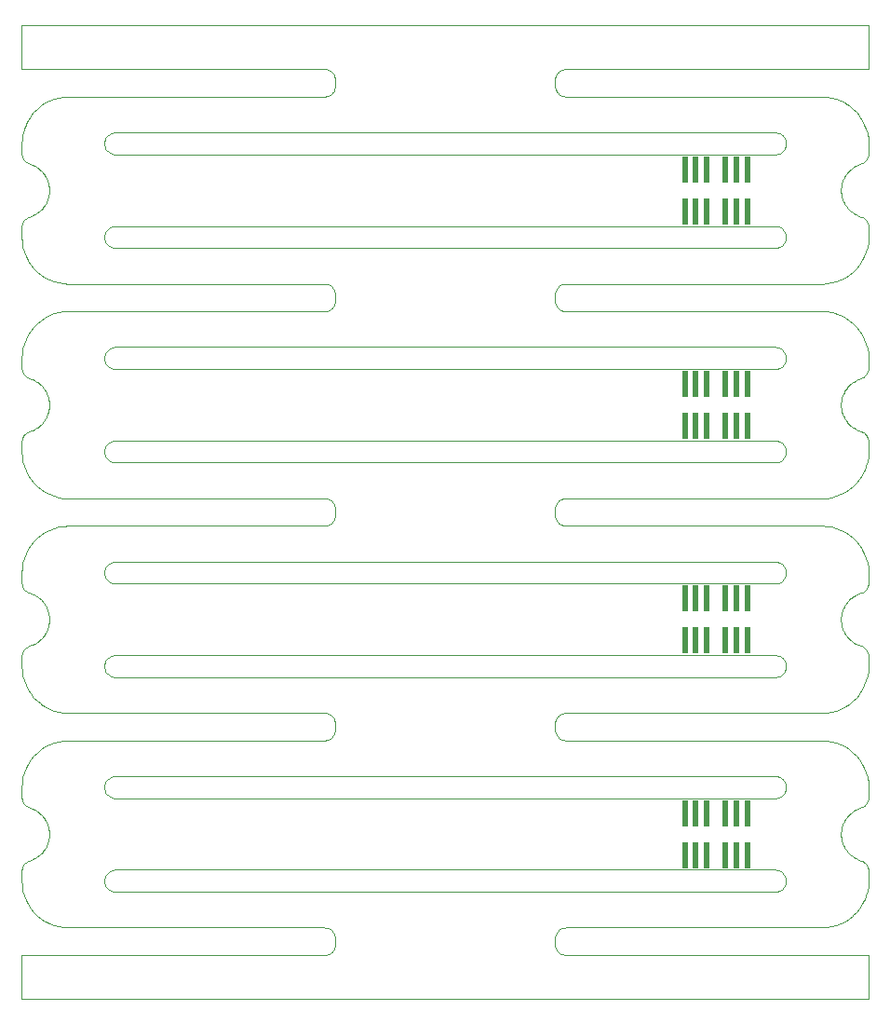
<source format=gbr>
G04 #@! TF.GenerationSoftware,KiCad,Pcbnew,5.1.5+dfsg1-2build2*
G04 #@! TF.CreationDate,2021-10-10T04:01:29+00:00*
G04 #@! TF.ProjectId,base_3.3,62617365-5f33-42e3-932e-6b696361645f,rev?*
G04 #@! TF.SameCoordinates,Original*
G04 #@! TF.FileFunction,Paste,Top*
G04 #@! TF.FilePolarity,Positive*
%FSLAX46Y46*%
G04 Gerber Fmt 4.6, Leading zero omitted, Abs format (unit mm)*
G04 Created by KiCad (PCBNEW 5.1.5+dfsg1-2build2) date 2021-10-10 04:01:29*
%MOMM*%
%LPD*%
G04 APERTURE LIST*
G04 #@! TA.AperFunction,Profile*
%ADD10C,0.100000*%
G04 #@! TD*
%ADD11R,0.560000X2.400000*%
G04 APERTURE END LIST*
D10*
X118749900Y-102715900D02*
X118651100Y-102736200D01*
X118846400Y-102685700D02*
X118749900Y-102715900D01*
X118939300Y-102645900D02*
X118846400Y-102685700D01*
X119027600Y-102596800D02*
X118939300Y-102645900D01*
X119110800Y-102538900D02*
X119027600Y-102596800D01*
X119187500Y-102473100D02*
X119110800Y-102538900D01*
X119257100Y-102399800D02*
X119187500Y-102473100D01*
X119319000Y-102319900D02*
X119257100Y-102399800D01*
X119372400Y-102234100D02*
X119319000Y-102319900D01*
X119416900Y-102143400D02*
X119372400Y-102234100D01*
X119452000Y-102048600D02*
X119416900Y-102143400D01*
X119477300Y-101950700D02*
X119452000Y-102048600D01*
X119492600Y-101850800D02*
X119477300Y-101950700D01*
X119497700Y-101749900D02*
X119492600Y-101850800D01*
X119492600Y-101649200D02*
X119497700Y-101749900D01*
X119477300Y-101549300D02*
X119492600Y-101649200D01*
X119452000Y-101451500D02*
X119477300Y-101549300D01*
X119416900Y-101356700D02*
X119452000Y-101451500D01*
X119372400Y-101266000D02*
X119416900Y-101356700D01*
X119319000Y-101180200D02*
X119372400Y-101266000D01*
X119257100Y-101100300D02*
X119319000Y-101180200D01*
X119187300Y-101026800D02*
X119257100Y-101100300D01*
X119110600Y-100961000D02*
X119187300Y-101026800D01*
X119027600Y-100903300D02*
X119110600Y-100961000D01*
X118939300Y-100854200D02*
X119027600Y-100903300D01*
X118846600Y-100814500D02*
X118939300Y-100854200D01*
X118750200Y-100784200D02*
X118846600Y-100814500D01*
X118651200Y-100763800D02*
X118750200Y-100784200D01*
X118550700Y-100753600D02*
X118651200Y-100763800D01*
X118474800Y-100751000D02*
X118550700Y-100753600D01*
X58525400Y-100751000D02*
X118474800Y-100751000D01*
X58449200Y-100753600D02*
X58525400Y-100751000D01*
X58348800Y-100763800D02*
X58449200Y-100753600D01*
X58249800Y-100784200D02*
X58348800Y-100763800D01*
X58153400Y-100814500D02*
X58249800Y-100784200D01*
X58060500Y-100854300D02*
X58153400Y-100814500D01*
X57972100Y-100903400D02*
X58060500Y-100854300D01*
X57889200Y-100961100D02*
X57972100Y-100903400D01*
X57812500Y-101027000D02*
X57889200Y-100961100D01*
X57742900Y-101100300D02*
X57812500Y-101027000D01*
X57681000Y-101180200D02*
X57742900Y-101100300D01*
X57627600Y-101266000D02*
X57681000Y-101180200D01*
X57583100Y-101356700D02*
X57627600Y-101266000D01*
X57548100Y-101451200D02*
X57583100Y-101356700D01*
X57522700Y-101549100D02*
X57548100Y-101451200D01*
X57507400Y-101649000D02*
X57522700Y-101549100D01*
X57502300Y-101749900D02*
X57507400Y-101649000D01*
X57507400Y-101850800D02*
X57502300Y-101749900D01*
X57522700Y-101950700D02*
X57507400Y-101850800D01*
X57548000Y-102048600D02*
X57522700Y-101950700D01*
X57583100Y-102143400D02*
X57548000Y-102048600D01*
X57627600Y-102234100D02*
X57583100Y-102143400D01*
X57681000Y-102319900D02*
X57627600Y-102234100D01*
X57742900Y-102399800D02*
X57681000Y-102319900D01*
X57812500Y-102473100D02*
X57742900Y-102399800D01*
X57889200Y-102538900D02*
X57812500Y-102473100D01*
X57972100Y-102596700D02*
X57889200Y-102538900D01*
X58060500Y-102645700D02*
X57972100Y-102596700D01*
X58153400Y-102685600D02*
X58060500Y-102645700D01*
X58249800Y-102715900D02*
X58153400Y-102685600D01*
X58348800Y-102736200D02*
X58249800Y-102715900D01*
X58449300Y-102746500D02*
X58348800Y-102736200D01*
X58525200Y-102749000D02*
X58449300Y-102746500D01*
X118474900Y-102749000D02*
X58525200Y-102749000D01*
X118550500Y-102746500D02*
X118474900Y-102749000D01*
X118651100Y-102736200D02*
X118550500Y-102746500D01*
X118749900Y-94215900D02*
X118651100Y-94236200D01*
X118846400Y-94185700D02*
X118749900Y-94215900D01*
X118939300Y-94145900D02*
X118846400Y-94185700D01*
X119027600Y-94096800D02*
X118939300Y-94145900D01*
X119110800Y-94038900D02*
X119027600Y-94096800D01*
X119187500Y-93973100D02*
X119110800Y-94038900D01*
X119257100Y-93899800D02*
X119187500Y-93973100D01*
X119319000Y-93819900D02*
X119257100Y-93899800D01*
X119372400Y-93734100D02*
X119319000Y-93819900D01*
X119416900Y-93643400D02*
X119372400Y-93734100D01*
X119452000Y-93548600D02*
X119416900Y-93643400D01*
X119477300Y-93450700D02*
X119452000Y-93548600D01*
X119492600Y-93350800D02*
X119477300Y-93450700D01*
X119497700Y-93249900D02*
X119492600Y-93350800D01*
X119492600Y-93149200D02*
X119497700Y-93249900D01*
X119477300Y-93049300D02*
X119492600Y-93149200D01*
X119452000Y-92951500D02*
X119477300Y-93049300D01*
X119416900Y-92856700D02*
X119452000Y-92951500D01*
X119372400Y-92766000D02*
X119416900Y-92856700D01*
X119319000Y-92680200D02*
X119372400Y-92766000D01*
X119257100Y-92600300D02*
X119319000Y-92680200D01*
X119187300Y-92526800D02*
X119257100Y-92600300D01*
X119110600Y-92461000D02*
X119187300Y-92526800D01*
X119027600Y-92403300D02*
X119110600Y-92461000D01*
X118939300Y-92354200D02*
X119027600Y-92403300D01*
X118846600Y-92314500D02*
X118939300Y-92354200D01*
X118750200Y-92284200D02*
X118846600Y-92314500D01*
X118651200Y-92263800D02*
X118750200Y-92284200D01*
X118550700Y-92253600D02*
X118651200Y-92263800D01*
X118474800Y-92251000D02*
X118550700Y-92253600D01*
X58525400Y-92251000D02*
X118474800Y-92251000D01*
X58449200Y-92253600D02*
X58525400Y-92251000D01*
X58348800Y-92263800D02*
X58449200Y-92253600D01*
X58249800Y-92284200D02*
X58348800Y-92263800D01*
X58153400Y-92314500D02*
X58249800Y-92284200D01*
X58060500Y-92354300D02*
X58153400Y-92314500D01*
X57972100Y-92403400D02*
X58060500Y-92354300D01*
X57889200Y-92461100D02*
X57972100Y-92403400D01*
X57812500Y-92527000D02*
X57889200Y-92461100D01*
X57742900Y-92600300D02*
X57812500Y-92527000D01*
X57681000Y-92680200D02*
X57742900Y-92600300D01*
X57627600Y-92766000D02*
X57681000Y-92680200D01*
X57583100Y-92856700D02*
X57627600Y-92766000D01*
X57548100Y-92951200D02*
X57583100Y-92856700D01*
X57522700Y-93049100D02*
X57548100Y-92951200D01*
X57507400Y-93149000D02*
X57522700Y-93049100D01*
X57502300Y-93249900D02*
X57507400Y-93149000D01*
X57507400Y-93350800D02*
X57502300Y-93249900D01*
X57522700Y-93450700D02*
X57507400Y-93350800D01*
X57548000Y-93548600D02*
X57522700Y-93450700D01*
X57583100Y-93643400D02*
X57548000Y-93548600D01*
X57627600Y-93734100D02*
X57583100Y-93643400D01*
X57681000Y-93819900D02*
X57627600Y-93734100D01*
X57742900Y-93899800D02*
X57681000Y-93819900D01*
X57812500Y-93973100D02*
X57742900Y-93899800D01*
X57889200Y-94038900D02*
X57812500Y-93973100D01*
X57972100Y-94096700D02*
X57889200Y-94038900D01*
X58060500Y-94145700D02*
X57972100Y-94096700D01*
X58153400Y-94185600D02*
X58060500Y-94145700D01*
X58249800Y-94215900D02*
X58153400Y-94185600D01*
X58348800Y-94236200D02*
X58249800Y-94215900D01*
X58449300Y-94246500D02*
X58348800Y-94236200D01*
X58525200Y-94249000D02*
X58449300Y-94246500D01*
X118474900Y-94249000D02*
X58525200Y-94249000D01*
X118550500Y-94246500D02*
X118474900Y-94249000D01*
X118651100Y-94236200D02*
X118550500Y-94246500D01*
X118749900Y-83215900D02*
X118651000Y-83236200D01*
X118846400Y-83185700D02*
X118749900Y-83215900D01*
X118939300Y-83145800D02*
X118846400Y-83185700D01*
X119027600Y-83096800D02*
X118939300Y-83145800D01*
X119110800Y-83038900D02*
X119027600Y-83096800D01*
X119187500Y-82973100D02*
X119110800Y-83038900D01*
X119257100Y-82899800D02*
X119187500Y-82973100D01*
X119319000Y-82819900D02*
X119257100Y-82899800D01*
X119372400Y-82734100D02*
X119319000Y-82819900D01*
X119416900Y-82643300D02*
X119372400Y-82734100D01*
X119452000Y-82548600D02*
X119416900Y-82643300D01*
X119477300Y-82450700D02*
X119452000Y-82548600D01*
X119492600Y-82350800D02*
X119477300Y-82450700D01*
X119497700Y-82249900D02*
X119492600Y-82350800D01*
X119492600Y-82149200D02*
X119497700Y-82249900D01*
X119477300Y-82049300D02*
X119492600Y-82149200D01*
X119452000Y-81951500D02*
X119477300Y-82049300D01*
X119416900Y-81856700D02*
X119452000Y-81951500D01*
X119372400Y-81765900D02*
X119416900Y-81856700D01*
X119319000Y-81680200D02*
X119372400Y-81765900D01*
X119257100Y-81600200D02*
X119319000Y-81680200D01*
X119187300Y-81526800D02*
X119257100Y-81600200D01*
X119110600Y-81461000D02*
X119187300Y-81526800D01*
X119027600Y-81403200D02*
X119110600Y-81461000D01*
X118939300Y-81354200D02*
X119027600Y-81403200D01*
X118846600Y-81314500D02*
X118939300Y-81354200D01*
X118750200Y-81284200D02*
X118846600Y-81314500D01*
X118651200Y-81263800D02*
X118750200Y-81284200D01*
X118550700Y-81253600D02*
X118651200Y-81263800D01*
X118474800Y-81251000D02*
X118550700Y-81253600D01*
X58525300Y-81251000D02*
X118474800Y-81251000D01*
X58449200Y-81253600D02*
X58525300Y-81251000D01*
X58348800Y-81263800D02*
X58449200Y-81253600D01*
X58249800Y-81284200D02*
X58348800Y-81263800D01*
X58153400Y-81314500D02*
X58249800Y-81284200D01*
X58060500Y-81354300D02*
X58153400Y-81314500D01*
X57972100Y-81403400D02*
X58060500Y-81354300D01*
X57889200Y-81461100D02*
X57972100Y-81403400D01*
X57812500Y-81527000D02*
X57889200Y-81461100D01*
X57742900Y-81600200D02*
X57812500Y-81527000D01*
X57681000Y-81680200D02*
X57742900Y-81600200D01*
X57627600Y-81765900D02*
X57681000Y-81680200D01*
X57583100Y-81856700D02*
X57627600Y-81765900D01*
X57548100Y-81951200D02*
X57583100Y-81856700D01*
X57522700Y-82049000D02*
X57548100Y-81951200D01*
X57507400Y-82148900D02*
X57522700Y-82049000D01*
X57502300Y-82249900D02*
X57507400Y-82148900D01*
X57507400Y-82350800D02*
X57502300Y-82249900D01*
X57522700Y-82450700D02*
X57507400Y-82350800D01*
X57548000Y-82548600D02*
X57522700Y-82450700D01*
X57583100Y-82643300D02*
X57548000Y-82548600D01*
X57627600Y-82734100D02*
X57583100Y-82643300D01*
X57681000Y-82819900D02*
X57627600Y-82734100D01*
X57742900Y-82899800D02*
X57681000Y-82819900D01*
X57812500Y-82973100D02*
X57742900Y-82899800D01*
X57889200Y-83038900D02*
X57812500Y-82973100D01*
X57972100Y-83096700D02*
X57889200Y-83038900D01*
X58060500Y-83145700D02*
X57972100Y-83096700D01*
X58153400Y-83185600D02*
X58060500Y-83145700D01*
X58249800Y-83215800D02*
X58153400Y-83185600D01*
X58348800Y-83236200D02*
X58249800Y-83215800D01*
X58449300Y-83246400D02*
X58348800Y-83236200D01*
X58525200Y-83249000D02*
X58449300Y-83246400D01*
X118474800Y-83249000D02*
X58525200Y-83249000D01*
X118550600Y-83246400D02*
X118474800Y-83249000D01*
X118651000Y-83236200D02*
X118550600Y-83246400D01*
X118749900Y-74715900D02*
X118651000Y-74736200D01*
X118846400Y-74685700D02*
X118749900Y-74715900D01*
X118939300Y-74645800D02*
X118846400Y-74685700D01*
X119027600Y-74596800D02*
X118939300Y-74645800D01*
X119110800Y-74538900D02*
X119027600Y-74596800D01*
X119187500Y-74473100D02*
X119110800Y-74538900D01*
X119257100Y-74399800D02*
X119187500Y-74473100D01*
X119319000Y-74319900D02*
X119257100Y-74399800D01*
X119372400Y-74234100D02*
X119319000Y-74319900D01*
X119416900Y-74143300D02*
X119372400Y-74234100D01*
X119452000Y-74048600D02*
X119416900Y-74143300D01*
X119477300Y-73950700D02*
X119452000Y-74048600D01*
X119492600Y-73850800D02*
X119477300Y-73950700D01*
X119497700Y-73749900D02*
X119492600Y-73850800D01*
X119492600Y-73649200D02*
X119497700Y-73749900D01*
X119477300Y-73549300D02*
X119492600Y-73649200D01*
X119452000Y-73451500D02*
X119477300Y-73549300D01*
X119416900Y-73356700D02*
X119452000Y-73451500D01*
X119372400Y-73265900D02*
X119416900Y-73356700D01*
X119319000Y-73180200D02*
X119372400Y-73265900D01*
X119257100Y-73100200D02*
X119319000Y-73180200D01*
X119187300Y-73026800D02*
X119257100Y-73100200D01*
X119110600Y-72961000D02*
X119187300Y-73026800D01*
X119027600Y-72903200D02*
X119110600Y-72961000D01*
X118939300Y-72854200D02*
X119027600Y-72903200D01*
X118846600Y-72814500D02*
X118939300Y-72854200D01*
X118750200Y-72784200D02*
X118846600Y-72814500D01*
X118651200Y-72763800D02*
X118750200Y-72784200D01*
X118550700Y-72753600D02*
X118651200Y-72763800D01*
X118474800Y-72751000D02*
X118550700Y-72753600D01*
X58525300Y-72751000D02*
X118474800Y-72751000D01*
X58449200Y-72753600D02*
X58525300Y-72751000D01*
X58348800Y-72763800D02*
X58449200Y-72753600D01*
X58249800Y-72784200D02*
X58348800Y-72763800D01*
X58153400Y-72814500D02*
X58249800Y-72784200D01*
X58060500Y-72854300D02*
X58153400Y-72814500D01*
X57972100Y-72903400D02*
X58060500Y-72854300D01*
X57889200Y-72961100D02*
X57972100Y-72903400D01*
X57812500Y-73027000D02*
X57889200Y-72961100D01*
X57742900Y-73100200D02*
X57812500Y-73027000D01*
X57681000Y-73180200D02*
X57742900Y-73100200D01*
X57627600Y-73265900D02*
X57681000Y-73180200D01*
X57583100Y-73356700D02*
X57627600Y-73265900D01*
X57548100Y-73451200D02*
X57583100Y-73356700D01*
X57522700Y-73549000D02*
X57548100Y-73451200D01*
X57507400Y-73648900D02*
X57522700Y-73549000D01*
X57502300Y-73749900D02*
X57507400Y-73648900D01*
X57507400Y-73850800D02*
X57502300Y-73749900D01*
X57522700Y-73950700D02*
X57507400Y-73850800D01*
X57548000Y-74048600D02*
X57522700Y-73950700D01*
X57583100Y-74143300D02*
X57548000Y-74048600D01*
X57627600Y-74234100D02*
X57583100Y-74143300D01*
X57681000Y-74319900D02*
X57627600Y-74234100D01*
X57742900Y-74399800D02*
X57681000Y-74319900D01*
X57812500Y-74473100D02*
X57742900Y-74399800D01*
X57889200Y-74538900D02*
X57812500Y-74473100D01*
X57972100Y-74596700D02*
X57889200Y-74538900D01*
X58060500Y-74645700D02*
X57972100Y-74596700D01*
X58153400Y-74685600D02*
X58060500Y-74645700D01*
X58249800Y-74715800D02*
X58153400Y-74685600D01*
X58348800Y-74736200D02*
X58249800Y-74715800D01*
X58449300Y-74746400D02*
X58348800Y-74736200D01*
X58525200Y-74749000D02*
X58449300Y-74746400D01*
X118474800Y-74749000D02*
X58525200Y-74749000D01*
X118550600Y-74746400D02*
X118474800Y-74749000D01*
X118651000Y-74736200D02*
X118550600Y-74746400D01*
X118749900Y-63715900D02*
X118651000Y-63736200D01*
X118846400Y-63685700D02*
X118749900Y-63715900D01*
X118939300Y-63645800D02*
X118846400Y-63685700D01*
X119027600Y-63596800D02*
X118939300Y-63645800D01*
X119110600Y-63539100D02*
X119027600Y-63596800D01*
X119187300Y-63473200D02*
X119110600Y-63539100D01*
X119257100Y-63399800D02*
X119187300Y-63473200D01*
X119319000Y-63319900D02*
X119257100Y-63399800D01*
X119372300Y-63234300D02*
X119319000Y-63319900D01*
X119416800Y-63143600D02*
X119372300Y-63234300D01*
X119451900Y-63048800D02*
X119416800Y-63143600D01*
X119477300Y-62951000D02*
X119451900Y-63048800D01*
X119492600Y-62851100D02*
X119477300Y-62951000D01*
X119497700Y-62750100D02*
X119492600Y-62851100D01*
X119492600Y-62649200D02*
X119497700Y-62750100D01*
X119477300Y-62549300D02*
X119492600Y-62649200D01*
X119452000Y-62451500D02*
X119477300Y-62549300D01*
X119416900Y-62356700D02*
X119452000Y-62451500D01*
X119372400Y-62265900D02*
X119416900Y-62356700D01*
X119319000Y-62180200D02*
X119372400Y-62265900D01*
X119257100Y-62100200D02*
X119319000Y-62180200D01*
X119187300Y-62026800D02*
X119257100Y-62100200D01*
X119110600Y-61960900D02*
X119187300Y-62026800D01*
X119027900Y-61903400D02*
X119110600Y-61960900D01*
X118939500Y-61854300D02*
X119027900Y-61903400D01*
X118846600Y-61814400D02*
X118939500Y-61854300D01*
X118750200Y-61784200D02*
X118846600Y-61814400D01*
X118651200Y-61763800D02*
X118750200Y-61784200D01*
X118550700Y-61753600D02*
X118651200Y-61763800D01*
X118474800Y-61751000D02*
X118550700Y-61753600D01*
X58525200Y-61751000D02*
X118474800Y-61751000D01*
X58449300Y-61753600D02*
X58525200Y-61751000D01*
X58348800Y-61763800D02*
X58449300Y-61753600D01*
X58249800Y-61784200D02*
X58348800Y-61763800D01*
X58153400Y-61814400D02*
X58249800Y-61784200D01*
X58060500Y-61854300D02*
X58153400Y-61814400D01*
X57972100Y-61903400D02*
X58060500Y-61854300D01*
X57889200Y-61961100D02*
X57972100Y-61903400D01*
X57812500Y-62027000D02*
X57889200Y-61961100D01*
X57742900Y-62100200D02*
X57812500Y-62027000D01*
X57681000Y-62180200D02*
X57742900Y-62100200D01*
X57627600Y-62265900D02*
X57681000Y-62180200D01*
X57583100Y-62356700D02*
X57627600Y-62265900D01*
X57548000Y-62451500D02*
X57583100Y-62356700D01*
X57522700Y-62549000D02*
X57548000Y-62451500D01*
X57507400Y-62648900D02*
X57522700Y-62549000D01*
X57502300Y-62749900D02*
X57507400Y-62648900D01*
X57507400Y-62850800D02*
X57502300Y-62749900D01*
X57522700Y-62950700D02*
X57507400Y-62850800D01*
X57548000Y-63048500D02*
X57522700Y-62950700D01*
X57583100Y-63143300D02*
X57548000Y-63048500D01*
X57627600Y-63234100D02*
X57583100Y-63143300D01*
X57681000Y-63319900D02*
X57627600Y-63234100D01*
X57742900Y-63399800D02*
X57681000Y-63319900D01*
X57812500Y-63473000D02*
X57742900Y-63399800D01*
X57889200Y-63538900D02*
X57812500Y-63473000D01*
X57972100Y-63596600D02*
X57889200Y-63538900D01*
X58060500Y-63645700D02*
X57972100Y-63596600D01*
X58153400Y-63685600D02*
X58060500Y-63645700D01*
X58249800Y-63715800D02*
X58153400Y-63685600D01*
X58348800Y-63736200D02*
X58249800Y-63715800D01*
X58449300Y-63746400D02*
X58348800Y-63736200D01*
X58525200Y-63749000D02*
X58449300Y-63746400D01*
X118474800Y-63749000D02*
X58525200Y-63749000D01*
X118550700Y-63746400D02*
X118474800Y-63749000D01*
X118651000Y-63736200D02*
X118550700Y-63746400D01*
X118749900Y-55215900D02*
X118651000Y-55236200D01*
X118846400Y-55185700D02*
X118749900Y-55215900D01*
X118939300Y-55145800D02*
X118846400Y-55185700D01*
X119027600Y-55096800D02*
X118939300Y-55145800D01*
X119110600Y-55039100D02*
X119027600Y-55096800D01*
X119187300Y-54973200D02*
X119110600Y-55039100D01*
X119257100Y-54899800D02*
X119187300Y-54973200D01*
X119319000Y-54819900D02*
X119257100Y-54899800D01*
X119372300Y-54734300D02*
X119319000Y-54819900D01*
X119416800Y-54643600D02*
X119372300Y-54734300D01*
X119451900Y-54548800D02*
X119416800Y-54643600D01*
X119477300Y-54451000D02*
X119451900Y-54548800D01*
X119492600Y-54351100D02*
X119477300Y-54451000D01*
X119497700Y-54250100D02*
X119492600Y-54351100D01*
X119492600Y-54149200D02*
X119497700Y-54250100D01*
X119477300Y-54049300D02*
X119492600Y-54149200D01*
X119452000Y-53951500D02*
X119477300Y-54049300D01*
X119416900Y-53856700D02*
X119452000Y-53951500D01*
X119372400Y-53765900D02*
X119416900Y-53856700D01*
X119319000Y-53680200D02*
X119372400Y-53765900D01*
X119257100Y-53600200D02*
X119319000Y-53680200D01*
X119187300Y-53526800D02*
X119257100Y-53600200D01*
X119110600Y-53460900D02*
X119187300Y-53526800D01*
X119027900Y-53403400D02*
X119110600Y-53460900D01*
X118939500Y-53354300D02*
X119027900Y-53403400D01*
X118846600Y-53314400D02*
X118939500Y-53354300D01*
X118750200Y-53284200D02*
X118846600Y-53314400D01*
X118651200Y-53263800D02*
X118750200Y-53284200D01*
X118550700Y-53253600D02*
X118651200Y-53263800D01*
X118474800Y-53251000D02*
X118550700Y-53253600D01*
X58525200Y-53251000D02*
X118474800Y-53251000D01*
X58449300Y-53253600D02*
X58525200Y-53251000D01*
X58348800Y-53263800D02*
X58449300Y-53253600D01*
X58249800Y-53284200D02*
X58348800Y-53263800D01*
X58153400Y-53314400D02*
X58249800Y-53284200D01*
X58060500Y-53354300D02*
X58153400Y-53314400D01*
X57972100Y-53403400D02*
X58060500Y-53354300D01*
X57889200Y-53461100D02*
X57972100Y-53403400D01*
X57812500Y-53527000D02*
X57889200Y-53461100D01*
X57742900Y-53600200D02*
X57812500Y-53527000D01*
X57681000Y-53680200D02*
X57742900Y-53600200D01*
X57627600Y-53765900D02*
X57681000Y-53680200D01*
X57583100Y-53856700D02*
X57627600Y-53765900D01*
X57548000Y-53951500D02*
X57583100Y-53856700D01*
X57522700Y-54049000D02*
X57548000Y-53951500D01*
X57507400Y-54148900D02*
X57522700Y-54049000D01*
X57502300Y-54249900D02*
X57507400Y-54148900D01*
X57507400Y-54350800D02*
X57502300Y-54249900D01*
X57522700Y-54450700D02*
X57507400Y-54350800D01*
X57548000Y-54548500D02*
X57522700Y-54450700D01*
X57583100Y-54643300D02*
X57548000Y-54548500D01*
X57627600Y-54734100D02*
X57583100Y-54643300D01*
X57681000Y-54819900D02*
X57627600Y-54734100D01*
X57742900Y-54899800D02*
X57681000Y-54819900D01*
X57812500Y-54973000D02*
X57742900Y-54899800D01*
X57889200Y-55038900D02*
X57812500Y-54973000D01*
X57972100Y-55096600D02*
X57889200Y-55038900D01*
X58060500Y-55145700D02*
X57972100Y-55096600D01*
X58153400Y-55185600D02*
X58060500Y-55145700D01*
X58249800Y-55215800D02*
X58153400Y-55185600D01*
X58348800Y-55236200D02*
X58249800Y-55215800D01*
X58449300Y-55246400D02*
X58348800Y-55236200D01*
X58525200Y-55249000D02*
X58449300Y-55246400D01*
X118474800Y-55249000D02*
X58525200Y-55249000D01*
X118550700Y-55246400D02*
X118474800Y-55249000D01*
X118651000Y-55236200D02*
X118550700Y-55246400D01*
X118750200Y-122215900D02*
X118650700Y-122236300D01*
X118846600Y-122185600D02*
X118750200Y-122215900D01*
X118939500Y-122145700D02*
X118846600Y-122185600D01*
X119027900Y-122096700D02*
X118939500Y-122145700D01*
X119110800Y-122038900D02*
X119027900Y-122096700D01*
X119187500Y-121973100D02*
X119110800Y-122038900D01*
X119257100Y-121899800D02*
X119187500Y-121973100D01*
X119319000Y-121819900D02*
X119257100Y-121899800D01*
X119372400Y-121734100D02*
X119319000Y-121819900D01*
X119416900Y-121643400D02*
X119372400Y-121734100D01*
X119452000Y-121548600D02*
X119416900Y-121643400D01*
X119477300Y-121450800D02*
X119452000Y-121548600D01*
X119492600Y-121350900D02*
X119477300Y-121450800D01*
X119497700Y-121249900D02*
X119492600Y-121350900D01*
X119492600Y-121149300D02*
X119497700Y-121249900D01*
X119477300Y-121049300D02*
X119492600Y-121149300D01*
X119452000Y-120951500D02*
X119477300Y-121049300D01*
X119416900Y-120856700D02*
X119452000Y-120951500D01*
X119372400Y-120766000D02*
X119416900Y-120856700D01*
X119319000Y-120680200D02*
X119372400Y-120766000D01*
X119257100Y-120600300D02*
X119319000Y-120680200D01*
X119187300Y-120526800D02*
X119257100Y-120600300D01*
X119110600Y-120461000D02*
X119187300Y-120526800D01*
X119027600Y-120403300D02*
X119110600Y-120461000D01*
X118939300Y-120354200D02*
X119027600Y-120403300D01*
X118846600Y-120314500D02*
X118939300Y-120354200D01*
X118750200Y-120284200D02*
X118846600Y-120314500D01*
X118651200Y-120263900D02*
X118750200Y-120284200D01*
X118550700Y-120253600D02*
X118651200Y-120263900D01*
X118474800Y-120251100D02*
X118550700Y-120253600D01*
X58525000Y-120251100D02*
X118474800Y-120251100D01*
X58449600Y-120253600D02*
X58525000Y-120251100D01*
X58348800Y-120263900D02*
X58449600Y-120253600D01*
X58249800Y-120284200D02*
X58348800Y-120263900D01*
X58153400Y-120314500D02*
X58249800Y-120284200D01*
X58060500Y-120354400D02*
X58153400Y-120314500D01*
X57972100Y-120403400D02*
X58060500Y-120354400D01*
X57889200Y-120461200D02*
X57972100Y-120403400D01*
X57812500Y-120527000D02*
X57889200Y-120461200D01*
X57742900Y-120600300D02*
X57812500Y-120527000D01*
X57681000Y-120680200D02*
X57742900Y-120600300D01*
X57627600Y-120766000D02*
X57681000Y-120680200D01*
X57583100Y-120856700D02*
X57627600Y-120766000D01*
X57548100Y-120951200D02*
X57583100Y-120856700D01*
X57522700Y-121049100D02*
X57548100Y-120951200D01*
X57507400Y-121149000D02*
X57522700Y-121049100D01*
X57502300Y-121249900D02*
X57507400Y-121149000D01*
X57507400Y-121350900D02*
X57502300Y-121249900D01*
X57522700Y-121450800D02*
X57507400Y-121350900D01*
X57548000Y-121548600D02*
X57522700Y-121450800D01*
X57583100Y-121643400D02*
X57548000Y-121548600D01*
X57627600Y-121734100D02*
X57583100Y-121643400D01*
X57681000Y-121819900D02*
X57627600Y-121734100D01*
X57742900Y-121899800D02*
X57681000Y-121819900D01*
X57812500Y-121973100D02*
X57742900Y-121899800D01*
X57889200Y-122038900D02*
X57812500Y-121973100D01*
X57972100Y-122096700D02*
X57889200Y-122038900D01*
X58060500Y-122145700D02*
X57972100Y-122096700D01*
X58153400Y-122185600D02*
X58060500Y-122145700D01*
X58249800Y-122215900D02*
X58153400Y-122185600D01*
X58348800Y-122236200D02*
X58249800Y-122215900D01*
X58449300Y-122246500D02*
X58348800Y-122236200D01*
X58525200Y-122249100D02*
X58449300Y-122246500D01*
X118474500Y-122249100D02*
X58525200Y-122249100D01*
X118550900Y-122246500D02*
X118474500Y-122249100D01*
X118650700Y-122236300D02*
X118550900Y-122246500D01*
X118750200Y-113715900D02*
X118650700Y-113736300D01*
X118846600Y-113685600D02*
X118750200Y-113715900D01*
X118939500Y-113645700D02*
X118846600Y-113685600D01*
X119027900Y-113596700D02*
X118939500Y-113645700D01*
X119110800Y-113538900D02*
X119027900Y-113596700D01*
X119187500Y-113473100D02*
X119110800Y-113538900D01*
X119257100Y-113399800D02*
X119187500Y-113473100D01*
X119319000Y-113319900D02*
X119257100Y-113399800D01*
X119372400Y-113234100D02*
X119319000Y-113319900D01*
X119416900Y-113143400D02*
X119372400Y-113234100D01*
X119452000Y-113048600D02*
X119416900Y-113143400D01*
X119477300Y-112950800D02*
X119452000Y-113048600D01*
X119492600Y-112850900D02*
X119477300Y-112950800D01*
X119497700Y-112749900D02*
X119492600Y-112850900D01*
X119492600Y-112649300D02*
X119497700Y-112749900D01*
X119477300Y-112549300D02*
X119492600Y-112649300D01*
X119452000Y-112451500D02*
X119477300Y-112549300D01*
X119416900Y-112356700D02*
X119452000Y-112451500D01*
X119372400Y-112266000D02*
X119416900Y-112356700D01*
X119319000Y-112180200D02*
X119372400Y-112266000D01*
X119257100Y-112100300D02*
X119319000Y-112180200D01*
X119187300Y-112026800D02*
X119257100Y-112100300D01*
X119110600Y-111961000D02*
X119187300Y-112026800D01*
X119027600Y-111903300D02*
X119110600Y-111961000D01*
X118939300Y-111854200D02*
X119027600Y-111903300D01*
X118846600Y-111814500D02*
X118939300Y-111854200D01*
X118750200Y-111784200D02*
X118846600Y-111814500D01*
X118651200Y-111763900D02*
X118750200Y-111784200D01*
X118550700Y-111753600D02*
X118651200Y-111763900D01*
X118474800Y-111751100D02*
X118550700Y-111753600D01*
X58525000Y-111751100D02*
X118474800Y-111751100D01*
X58449600Y-111753600D02*
X58525000Y-111751100D01*
X58348800Y-111763900D02*
X58449600Y-111753600D01*
X58249800Y-111784200D02*
X58348800Y-111763900D01*
X58153400Y-111814500D02*
X58249800Y-111784200D01*
X58060500Y-111854400D02*
X58153400Y-111814500D01*
X57972100Y-111903400D02*
X58060500Y-111854400D01*
X57889200Y-111961200D02*
X57972100Y-111903400D01*
X57812500Y-112027000D02*
X57889200Y-111961200D01*
X57742900Y-112100300D02*
X57812500Y-112027000D01*
X57681000Y-112180200D02*
X57742900Y-112100300D01*
X57627600Y-112266000D02*
X57681000Y-112180200D01*
X57583100Y-112356700D02*
X57627600Y-112266000D01*
X57548100Y-112451200D02*
X57583100Y-112356700D01*
X57522700Y-112549100D02*
X57548100Y-112451200D01*
X57507400Y-112649000D02*
X57522700Y-112549100D01*
X57502300Y-112749900D02*
X57507400Y-112649000D01*
X57507400Y-112850900D02*
X57502300Y-112749900D01*
X57522700Y-112950800D02*
X57507400Y-112850900D01*
X57548000Y-113048600D02*
X57522700Y-112950800D01*
X57583100Y-113143400D02*
X57548000Y-113048600D01*
X57627600Y-113234100D02*
X57583100Y-113143400D01*
X57681000Y-113319900D02*
X57627600Y-113234100D01*
X57742900Y-113399800D02*
X57681000Y-113319900D01*
X57812500Y-113473100D02*
X57742900Y-113399800D01*
X57889200Y-113538900D02*
X57812500Y-113473100D01*
X57972100Y-113596700D02*
X57889200Y-113538900D01*
X58060500Y-113645700D02*
X57972100Y-113596700D01*
X58153400Y-113685600D02*
X58060500Y-113645700D01*
X58249800Y-113715900D02*
X58153400Y-113685600D01*
X58348800Y-113736200D02*
X58249800Y-113715900D01*
X58449300Y-113746500D02*
X58348800Y-113736200D01*
X58525200Y-113749100D02*
X58449300Y-113746500D01*
X118474500Y-113749100D02*
X58525200Y-113749100D01*
X118550900Y-113746500D02*
X118474500Y-113749100D01*
X118650700Y-113736300D02*
X118550900Y-113746500D01*
X126976500Y-43499000D02*
X50009200Y-43499700D01*
X126991800Y-43499800D02*
X126976500Y-43499000D01*
X126997700Y-43503000D02*
X126991800Y-43499800D01*
X127000200Y-43508200D02*
X126997700Y-43503000D01*
X127001000Y-43523500D02*
X127000200Y-43508200D01*
X127001000Y-47475500D02*
X127001000Y-43523500D01*
X126999700Y-47492700D02*
X127001000Y-47475500D01*
X126996300Y-47497400D02*
X126999700Y-47492700D01*
X126991800Y-47499200D02*
X126996300Y-47497400D01*
X99491300Y-47500000D02*
X126991800Y-47499200D01*
X99394000Y-47504800D02*
X99491300Y-47500000D01*
X99297900Y-47519000D02*
X99394000Y-47504800D01*
X99203600Y-47542600D02*
X99297900Y-47519000D01*
X99112200Y-47575400D02*
X99203600Y-47542600D01*
X99024300Y-47616900D02*
X99112200Y-47575400D01*
X98941000Y-47666900D02*
X99024300Y-47616900D01*
X98863000Y-47724700D02*
X98941000Y-47666900D01*
X98791000Y-47790000D02*
X98863000Y-47724700D01*
X98725700Y-47862000D02*
X98791000Y-47790000D01*
X98667900Y-47940000D02*
X98725700Y-47862000D01*
X98617900Y-48023300D02*
X98667900Y-47940000D01*
X98576400Y-48111100D02*
X98617900Y-48023300D01*
X98543700Y-48202600D02*
X98576400Y-48111100D01*
X98520000Y-48296900D02*
X98543700Y-48202600D01*
X98505800Y-48393000D02*
X98520000Y-48296900D01*
X98501000Y-48490200D02*
X98505800Y-48393000D01*
X98501000Y-49008800D02*
X98501000Y-48490200D01*
X98505800Y-49106000D02*
X98501000Y-49008800D01*
X98520000Y-49202100D02*
X98505800Y-49106000D01*
X98543700Y-49296400D02*
X98520000Y-49202100D01*
X98576400Y-49387900D02*
X98543700Y-49296400D01*
X98617900Y-49475700D02*
X98576400Y-49387900D01*
X98667900Y-49559000D02*
X98617900Y-49475700D01*
X98725700Y-49637000D02*
X98667900Y-49559000D01*
X98791000Y-49709000D02*
X98725700Y-49637000D01*
X98863000Y-49774300D02*
X98791000Y-49709000D01*
X98941000Y-49832100D02*
X98863000Y-49774300D01*
X99024300Y-49882100D02*
X98941000Y-49832100D01*
X99112200Y-49923600D02*
X99024300Y-49882100D01*
X99203600Y-49956400D02*
X99112200Y-49923600D01*
X99297900Y-49980000D02*
X99203600Y-49956400D01*
X99394000Y-49994200D02*
X99297900Y-49980000D01*
X99491300Y-49999000D02*
X99394000Y-49994200D01*
X122743400Y-49999000D02*
X99491300Y-49999000D01*
X123194100Y-50022600D02*
X122743400Y-49999000D01*
X123633500Y-50092200D02*
X123194100Y-50022600D01*
X124063300Y-50207300D02*
X123633500Y-50092200D01*
X124466700Y-50361800D02*
X124063300Y-50207300D01*
X124490700Y-50372500D02*
X124466700Y-50361800D01*
X124863800Y-50562500D02*
X124490700Y-50372500D01*
X124886500Y-50575700D02*
X124863800Y-50562500D01*
X125248700Y-50811300D02*
X124886500Y-50575700D01*
X125594100Y-51091000D02*
X125248700Y-50811300D01*
X125908700Y-51405600D02*
X125594100Y-51091000D01*
X126180800Y-51741100D02*
X125908700Y-51405600D01*
X126196300Y-51762300D02*
X126180800Y-51741100D01*
X126424300Y-52113500D02*
X126196300Y-51762300D01*
X126437400Y-52136200D02*
X126424300Y-52113500D01*
X126633300Y-52521400D02*
X126437400Y-52136200D01*
X126792500Y-52936300D02*
X126633300Y-52521400D01*
X126907700Y-53366000D02*
X126792500Y-52936300D01*
X126975700Y-53792600D02*
X126907700Y-53366000D01*
X126978400Y-53818800D02*
X126975700Y-53792600D01*
X127001000Y-54256500D02*
X126978400Y-53818800D01*
X127001000Y-55139700D02*
X127001000Y-54256500D01*
X126995900Y-55244100D02*
X127001000Y-55139700D01*
X126981400Y-55341600D02*
X126995900Y-55244100D01*
X126957200Y-55437700D02*
X126981400Y-55341600D01*
X126923900Y-55530500D02*
X126957200Y-55437700D01*
X126887300Y-55608200D02*
X126923900Y-55530500D01*
X126875600Y-55630000D02*
X126887300Y-55608200D01*
X126823700Y-55713800D02*
X126875600Y-55630000D01*
X126772100Y-55782500D02*
X126823700Y-55713800D01*
X126714100Y-55846600D02*
X126772100Y-55782500D01*
X126696500Y-55864100D02*
X126714100Y-55846600D01*
X126632400Y-55921400D02*
X126696500Y-55864100D01*
X126562800Y-55973000D02*
X126632400Y-55921400D01*
X126468400Y-56030200D02*
X126562800Y-55973000D01*
X126379100Y-56072000D02*
X126468400Y-56030200D01*
X126100100Y-56170700D02*
X126379100Y-56072000D01*
X126009400Y-56207800D02*
X126100100Y-56170700D01*
X125875300Y-56270600D02*
X126009400Y-56207800D01*
X125788700Y-56316400D02*
X125875300Y-56270600D01*
X125661400Y-56392000D02*
X125788700Y-56316400D01*
X125579800Y-56446200D02*
X125661400Y-56392000D01*
X125460600Y-56533900D02*
X125579800Y-56446200D01*
X125384600Y-56595900D02*
X125460600Y-56533900D01*
X125274600Y-56694900D02*
X125384600Y-56595900D01*
X125205100Y-56764000D02*
X125274600Y-56694900D01*
X125105400Y-56873400D02*
X125205100Y-56764000D01*
X125043000Y-56949000D02*
X125105400Y-56873400D01*
X124954500Y-57067700D02*
X125043000Y-56949000D01*
X124899900Y-57149100D02*
X124954500Y-57067700D01*
X124823600Y-57275900D02*
X124899900Y-57149100D01*
X124777200Y-57362300D02*
X124823600Y-57275900D01*
X124713700Y-57496000D02*
X124777200Y-57362300D01*
X124676000Y-57586500D02*
X124713700Y-57496000D01*
X124626000Y-57725800D02*
X124676000Y-57586500D01*
X124597400Y-57819500D02*
X124626000Y-57725800D01*
X124561300Y-57963100D02*
X124597400Y-57819500D01*
X124542200Y-58059200D02*
X124561300Y-57963100D01*
X124520400Y-58205600D02*
X124542200Y-58059200D01*
X124510700Y-58303100D02*
X124520400Y-58205600D01*
X124503400Y-58451000D02*
X124510700Y-58303100D01*
X124503400Y-58549000D02*
X124503400Y-58451000D01*
X124510700Y-58696900D02*
X124503400Y-58549000D01*
X124520400Y-58794400D02*
X124510700Y-58696900D01*
X124542200Y-58940800D02*
X124520400Y-58794400D01*
X124561300Y-59036900D02*
X124542200Y-58940800D01*
X124597400Y-59180500D02*
X124561300Y-59036900D01*
X124626000Y-59274200D02*
X124597400Y-59180500D01*
X124676000Y-59413500D02*
X124626000Y-59274200D01*
X124713700Y-59504000D02*
X124676000Y-59413500D01*
X124777200Y-59637700D02*
X124713700Y-59504000D01*
X124823600Y-59724100D02*
X124777200Y-59637700D01*
X124899900Y-59850900D02*
X124823600Y-59724100D01*
X124954500Y-59932300D02*
X124899900Y-59850900D01*
X125043000Y-60051000D02*
X124954500Y-59932300D01*
X125105400Y-60126600D02*
X125043000Y-60051000D01*
X125205100Y-60236000D02*
X125105400Y-60126600D01*
X125274600Y-60305100D02*
X125205100Y-60236000D01*
X125384600Y-60404100D02*
X125274600Y-60305100D01*
X125460600Y-60466100D02*
X125384600Y-60404100D01*
X125579800Y-60553800D02*
X125460600Y-60466100D01*
X125661500Y-60608000D02*
X125579800Y-60553800D01*
X125788700Y-60683600D02*
X125661500Y-60608000D01*
X125875300Y-60729500D02*
X125788700Y-60683600D01*
X126009400Y-60792200D02*
X125875300Y-60729500D01*
X126100100Y-60829300D02*
X126009400Y-60792200D01*
X126378700Y-60927800D02*
X126100100Y-60829300D01*
X126457100Y-60964100D02*
X126378700Y-60927800D01*
X126478900Y-60975700D02*
X126457100Y-60964100D01*
X126552700Y-61019900D02*
X126478900Y-60975700D01*
X126622500Y-61070900D02*
X126552700Y-61019900D01*
X126641700Y-61086500D02*
X126622500Y-61070900D01*
X126705400Y-61144300D02*
X126641700Y-61086500D01*
X126763800Y-61207900D02*
X126705400Y-61144300D01*
X126779400Y-61226800D02*
X126763800Y-61207900D01*
X126837500Y-61306700D02*
X126779400Y-61226800D01*
X126881600Y-61380600D02*
X126837500Y-61306700D01*
X126918900Y-61458500D02*
X126881600Y-61380600D01*
X126928400Y-61481300D02*
X126918900Y-61458500D01*
X126960600Y-61574500D02*
X126928400Y-61481300D01*
X126981400Y-61658400D02*
X126960600Y-61574500D01*
X126996700Y-61767700D02*
X126981400Y-61658400D01*
X127001000Y-61860300D02*
X126996700Y-61767700D01*
X127001000Y-62743400D02*
X127001000Y-61860300D01*
X126977400Y-63194100D02*
X127001000Y-62743400D01*
X126907800Y-63633500D02*
X126977400Y-63194100D01*
X126792700Y-64063300D02*
X126907800Y-63633500D01*
X126633000Y-64479200D02*
X126792700Y-64063300D01*
X126431000Y-64875600D02*
X126633000Y-64479200D01*
X126196300Y-65237600D02*
X126431000Y-64875600D01*
X126180900Y-65258900D02*
X126196300Y-65237600D01*
X125917400Y-65584200D02*
X126180900Y-65258900D01*
X125899800Y-65603800D02*
X125917400Y-65584200D01*
X125594400Y-65908700D02*
X125899800Y-65603800D01*
X125258900Y-66180800D02*
X125594400Y-65908700D01*
X125237700Y-66196300D02*
X125258900Y-66180800D01*
X124875500Y-66431100D02*
X125237700Y-66196300D01*
X124490500Y-66627600D02*
X124875500Y-66431100D01*
X124466800Y-66638200D02*
X124490500Y-66627600D01*
X124063700Y-66792500D02*
X124466800Y-66638200D01*
X123634000Y-66907700D02*
X124063700Y-66792500D01*
X123194500Y-66977300D02*
X123634000Y-66907700D01*
X122749900Y-67000900D02*
X123194500Y-66977300D01*
X99491300Y-67001000D02*
X122749900Y-67000900D01*
X99394000Y-67005800D02*
X99491300Y-67001000D01*
X99297900Y-67020000D02*
X99394000Y-67005800D01*
X99203600Y-67043600D02*
X99297900Y-67020000D01*
X99112200Y-67076400D02*
X99203600Y-67043600D01*
X99024300Y-67117900D02*
X99112200Y-67076400D01*
X98941000Y-67167900D02*
X99024300Y-67117900D01*
X98863000Y-67225700D02*
X98941000Y-67167900D01*
X98791000Y-67291000D02*
X98863000Y-67225700D01*
X98725700Y-67363000D02*
X98791000Y-67291000D01*
X98667900Y-67441000D02*
X98725700Y-67363000D01*
X98617900Y-67524300D02*
X98667900Y-67441000D01*
X98576400Y-67612100D02*
X98617900Y-67524300D01*
X98543700Y-67703600D02*
X98576400Y-67612100D01*
X98520000Y-67797900D02*
X98543700Y-67703600D01*
X98505800Y-67894000D02*
X98520000Y-67797900D01*
X98501000Y-67991200D02*
X98505800Y-67894000D01*
X98501000Y-68508800D02*
X98501000Y-67991200D01*
X98505800Y-68606000D02*
X98501000Y-68508800D01*
X98520000Y-68702100D02*
X98505800Y-68606000D01*
X98543700Y-68796400D02*
X98520000Y-68702100D01*
X98576400Y-68887900D02*
X98543700Y-68796400D01*
X98617900Y-68975700D02*
X98576400Y-68887900D01*
X98667900Y-69059000D02*
X98617900Y-68975700D01*
X98725700Y-69137000D02*
X98667900Y-69059000D01*
X98791000Y-69209000D02*
X98725700Y-69137000D01*
X98863000Y-69274300D02*
X98791000Y-69209000D01*
X98941000Y-69332200D02*
X98863000Y-69274300D01*
X99024300Y-69382100D02*
X98941000Y-69332200D01*
X99112200Y-69423600D02*
X99024300Y-69382100D01*
X99203600Y-69456400D02*
X99112200Y-69423600D01*
X99297900Y-69480000D02*
X99203600Y-69456400D01*
X99394000Y-69494200D02*
X99297900Y-69480000D01*
X99491300Y-69499000D02*
X99394000Y-69494200D01*
X122743400Y-69499000D02*
X99491300Y-69499000D01*
X123194600Y-69522700D02*
X122743400Y-69499000D01*
X123634000Y-69592300D02*
X123194600Y-69522700D01*
X124050900Y-69703700D02*
X123634000Y-69592300D01*
X124075900Y-69711800D02*
X124050900Y-69703700D01*
X124466700Y-69861800D02*
X124075900Y-69711800D01*
X124490700Y-69872500D02*
X124466700Y-69861800D01*
X124875100Y-70068700D02*
X124490700Y-69872500D01*
X125237600Y-70303700D02*
X124875100Y-70068700D01*
X125258900Y-70319200D02*
X125237600Y-70303700D01*
X125594100Y-70591000D02*
X125258900Y-70319200D01*
X125908700Y-70905600D02*
X125594100Y-70591000D01*
X126189000Y-71251800D02*
X125908700Y-70905600D01*
X126424300Y-71613500D02*
X126189000Y-71251800D01*
X126437400Y-71636200D02*
X126424300Y-71613500D01*
X126633300Y-72021400D02*
X126437400Y-71636200D01*
X126792500Y-72436300D02*
X126633300Y-72021400D01*
X126907700Y-72866000D02*
X126792500Y-72436300D01*
X126975700Y-73292700D02*
X126907700Y-72866000D01*
X126978400Y-73318800D02*
X126975700Y-73292700D01*
X127000900Y-73750100D02*
X126978400Y-73318800D01*
X127001000Y-74639900D02*
X127000900Y-73750100D01*
X126996800Y-74732000D02*
X127001000Y-74639900D01*
X126994300Y-74756600D02*
X126996800Y-74732000D01*
X126981300Y-74842100D02*
X126994300Y-74756600D01*
X126957300Y-74937200D02*
X126981300Y-74842100D01*
X126928400Y-75018700D02*
X126957300Y-74937200D01*
X126918900Y-75041500D02*
X126928400Y-75018700D01*
X126881500Y-75119500D02*
X126918900Y-75041500D01*
X126830900Y-75203500D02*
X126881500Y-75119500D01*
X126772100Y-75282600D02*
X126830900Y-75203500D01*
X126714100Y-75346600D02*
X126772100Y-75282600D01*
X126696500Y-75364100D02*
X126714100Y-75346600D01*
X126632100Y-75421700D02*
X126696500Y-75364100D01*
X126552700Y-75480100D02*
X126632100Y-75421700D01*
X126457300Y-75535800D02*
X126552700Y-75480100D01*
X126378600Y-75572200D02*
X126457300Y-75535800D01*
X126100100Y-75670700D02*
X126378600Y-75572200D01*
X126009400Y-75707800D02*
X126100100Y-75670700D01*
X125875300Y-75770600D02*
X126009400Y-75707800D01*
X125788700Y-75816400D02*
X125875300Y-75770600D01*
X125661400Y-75892000D02*
X125788700Y-75816400D01*
X125579800Y-75946200D02*
X125661400Y-75892000D01*
X125460600Y-76033900D02*
X125579800Y-75946200D01*
X125384600Y-76095900D02*
X125460600Y-76033900D01*
X125274600Y-76194900D02*
X125384600Y-76095900D01*
X125205100Y-76264000D02*
X125274600Y-76194900D01*
X125105400Y-76373400D02*
X125205100Y-76264000D01*
X125043000Y-76449000D02*
X125105400Y-76373400D01*
X124954500Y-76567700D02*
X125043000Y-76449000D01*
X124899900Y-76649100D02*
X124954500Y-76567700D01*
X124823600Y-76775900D02*
X124899900Y-76649100D01*
X124777200Y-76862300D02*
X124823600Y-76775900D01*
X124713700Y-76996000D02*
X124777200Y-76862300D01*
X124676000Y-77086500D02*
X124713700Y-76996000D01*
X124626000Y-77225800D02*
X124676000Y-77086500D01*
X124597400Y-77319500D02*
X124626000Y-77225800D01*
X124561300Y-77463100D02*
X124597400Y-77319500D01*
X124542200Y-77559200D02*
X124561300Y-77463100D01*
X124520400Y-77705600D02*
X124542200Y-77559200D01*
X124510700Y-77803200D02*
X124520400Y-77705600D01*
X124503400Y-77951000D02*
X124510700Y-77803200D01*
X124503400Y-78049000D02*
X124503400Y-77951000D01*
X124510700Y-78196900D02*
X124503400Y-78049000D01*
X124520400Y-78294400D02*
X124510700Y-78196900D01*
X124542200Y-78440800D02*
X124520400Y-78294400D01*
X124561300Y-78536900D02*
X124542200Y-78440800D01*
X124597400Y-78680500D02*
X124561300Y-78536900D01*
X124626000Y-78774200D02*
X124597400Y-78680500D01*
X124676000Y-78913600D02*
X124626000Y-78774200D01*
X124713700Y-79004100D02*
X124676000Y-78913600D01*
X124777200Y-79137800D02*
X124713700Y-79004100D01*
X124823600Y-79224100D02*
X124777200Y-79137800D01*
X124899900Y-79350900D02*
X124823600Y-79224100D01*
X124954500Y-79432300D02*
X124899900Y-79350900D01*
X125043000Y-79551000D02*
X124954500Y-79432300D01*
X125105400Y-79626600D02*
X125043000Y-79551000D01*
X125205100Y-79736000D02*
X125105400Y-79626600D01*
X125274600Y-79805100D02*
X125205100Y-79736000D01*
X125384600Y-79904200D02*
X125274600Y-79805100D01*
X125460600Y-79966100D02*
X125384600Y-79904200D01*
X125579800Y-80053900D02*
X125460600Y-79966100D01*
X125661500Y-80108000D02*
X125579800Y-80053900D01*
X125788700Y-80183600D02*
X125661500Y-80108000D01*
X125875300Y-80229500D02*
X125788700Y-80183600D01*
X126009400Y-80292200D02*
X125875300Y-80229500D01*
X126100100Y-80329300D02*
X126009400Y-80292200D01*
X126379100Y-80428000D02*
X126100100Y-80329300D01*
X126468400Y-80469800D02*
X126379100Y-80428000D01*
X126562800Y-80527000D02*
X126468400Y-80469800D01*
X126641700Y-80586500D02*
X126562800Y-80527000D01*
X126705400Y-80644300D02*
X126641700Y-80586500D01*
X126763800Y-80707900D02*
X126705400Y-80644300D01*
X126779500Y-80727000D02*
X126763800Y-80707900D01*
X126830700Y-80796100D02*
X126779500Y-80727000D01*
X126881800Y-80881000D02*
X126830700Y-80796100D01*
X126924100Y-80970100D02*
X126881800Y-80881000D01*
X126957400Y-81062800D02*
X126924100Y-80970100D01*
X126981400Y-81158400D02*
X126957400Y-81062800D01*
X126994300Y-81243400D02*
X126981400Y-81158400D01*
X126996800Y-81268000D02*
X126994300Y-81243400D01*
X127001000Y-81360300D02*
X126996800Y-81268000D01*
X127000900Y-82249900D02*
X127001000Y-81360300D01*
X126977300Y-82694600D02*
X127000900Y-82249900D01*
X126907700Y-83134100D02*
X126977300Y-82694600D01*
X126796400Y-83550900D02*
X126907700Y-83134100D01*
X126788200Y-83575900D02*
X126796400Y-83550900D01*
X126638200Y-83966800D02*
X126788200Y-83575900D01*
X126627500Y-83990800D02*
X126638200Y-83966800D01*
X126431300Y-84375100D02*
X126627500Y-83990800D01*
X126196300Y-84737600D02*
X126431300Y-84375100D01*
X126180900Y-84758900D02*
X126196300Y-84737600D01*
X125909000Y-85094100D02*
X126180900Y-84758900D01*
X125594400Y-85408700D02*
X125909000Y-85094100D01*
X125248700Y-85688700D02*
X125594400Y-85408700D01*
X124875100Y-85931300D02*
X125248700Y-85688700D01*
X124478600Y-86133300D02*
X124875100Y-85931300D01*
X124075900Y-86288200D02*
X124478600Y-86133300D01*
X124050900Y-86296400D02*
X124075900Y-86288200D01*
X123634000Y-86407700D02*
X124050900Y-86296400D01*
X123207400Y-86475700D02*
X123634000Y-86407700D01*
X123181200Y-86478400D02*
X123207400Y-86475700D01*
X122749900Y-86500900D02*
X123181200Y-86478400D01*
X99491300Y-86501000D02*
X122749900Y-86500900D01*
X99394000Y-86505800D02*
X99491300Y-86501000D01*
X99297900Y-86520000D02*
X99394000Y-86505800D01*
X99203600Y-86543700D02*
X99297900Y-86520000D01*
X99112200Y-86576400D02*
X99203600Y-86543700D01*
X99024300Y-86617900D02*
X99112200Y-86576400D01*
X98941000Y-86667900D02*
X99024300Y-86617900D01*
X98863000Y-86725700D02*
X98941000Y-86667900D01*
X98791000Y-86791000D02*
X98863000Y-86725700D01*
X98725700Y-86863000D02*
X98791000Y-86791000D01*
X98667900Y-86941000D02*
X98725700Y-86863000D01*
X98617900Y-87024300D02*
X98667900Y-86941000D01*
X98576400Y-87112200D02*
X98617900Y-87024300D01*
X98543700Y-87203600D02*
X98576400Y-87112200D01*
X98520000Y-87297900D02*
X98543700Y-87203600D01*
X98505800Y-87394000D02*
X98520000Y-87297900D01*
X98501000Y-87491300D02*
X98505800Y-87394000D01*
X98501000Y-88008800D02*
X98501000Y-87491300D01*
X98505800Y-88106000D02*
X98501000Y-88008800D01*
X98520000Y-88202100D02*
X98505800Y-88106000D01*
X98543700Y-88296400D02*
X98520000Y-88202100D01*
X98576400Y-88387900D02*
X98543700Y-88296400D01*
X98617900Y-88475700D02*
X98576400Y-88387900D01*
X98667900Y-88559000D02*
X98617900Y-88475700D01*
X98725700Y-88637100D02*
X98667900Y-88559000D01*
X98791000Y-88709000D02*
X98725700Y-88637100D01*
X98863000Y-88774300D02*
X98791000Y-88709000D01*
X98941000Y-88832200D02*
X98863000Y-88774300D01*
X99024300Y-88882100D02*
X98941000Y-88832200D01*
X99112200Y-88923600D02*
X99024300Y-88882100D01*
X99203600Y-88956400D02*
X99112200Y-88923600D01*
X99297900Y-88980000D02*
X99203600Y-88956400D01*
X99394000Y-88994200D02*
X99297900Y-88980000D01*
X99491300Y-88999000D02*
X99394000Y-88994200D01*
X122749900Y-88999100D02*
X99491300Y-88999000D01*
X123181200Y-89021600D02*
X122749900Y-88999100D01*
X123207300Y-89024400D02*
X123181200Y-89021600D01*
X123633500Y-89092200D02*
X123207300Y-89024400D01*
X124050900Y-89203700D02*
X123633500Y-89092200D01*
X124075900Y-89211800D02*
X124050900Y-89203700D01*
X124478700Y-89366800D02*
X124075900Y-89211800D01*
X124875600Y-89569000D02*
X124478700Y-89366800D01*
X125248700Y-89811400D02*
X124875600Y-89569000D01*
X125584200Y-90082600D02*
X125248700Y-89811400D01*
X125603800Y-90100200D02*
X125584200Y-90082600D01*
X125899800Y-90396200D02*
X125603800Y-90100200D01*
X125917400Y-90415800D02*
X125899800Y-90396200D01*
X126188700Y-90751400D02*
X125917400Y-90415800D01*
X126424300Y-91113500D02*
X126188700Y-90751400D01*
X126437400Y-91136200D02*
X126424300Y-91113500D01*
X126633100Y-91520900D02*
X126437400Y-91136200D01*
X126792500Y-91936300D02*
X126633100Y-91520900D01*
X126907700Y-92366000D02*
X126792500Y-91936300D01*
X126977400Y-92806000D02*
X126907700Y-92366000D01*
X127000900Y-93250200D02*
X126977400Y-92806000D01*
X127001000Y-94139700D02*
X127000900Y-93250200D01*
X126996800Y-94232000D02*
X127001000Y-94139700D01*
X126994300Y-94256700D02*
X126996800Y-94232000D01*
X126981400Y-94341700D02*
X126994300Y-94256700D01*
X126957300Y-94437300D02*
X126981400Y-94341700D01*
X126924000Y-94530000D02*
X126957300Y-94437300D01*
X126881500Y-94619500D02*
X126924000Y-94530000D01*
X126830700Y-94703900D02*
X126881500Y-94619500D01*
X126779600Y-94773000D02*
X126830700Y-94703900D01*
X126763800Y-94792100D02*
X126779600Y-94773000D01*
X126705700Y-94855400D02*
X126763800Y-94792100D01*
X126641700Y-94913500D02*
X126705700Y-94855400D01*
X126562800Y-94973100D02*
X126641700Y-94913500D01*
X126468400Y-95030300D02*
X126562800Y-94973100D01*
X126379100Y-95072000D02*
X126468400Y-95030300D01*
X126100100Y-95170800D02*
X126379100Y-95072000D01*
X126009400Y-95207900D02*
X126100100Y-95170800D01*
X125875300Y-95270600D02*
X126009400Y-95207900D01*
X125788700Y-95316400D02*
X125875300Y-95270600D01*
X125661400Y-95392000D02*
X125788700Y-95316400D01*
X125579800Y-95446200D02*
X125661400Y-95392000D01*
X125460600Y-95534000D02*
X125579800Y-95446200D01*
X125384600Y-95595900D02*
X125460600Y-95534000D01*
X125274600Y-95695000D02*
X125384600Y-95595900D01*
X125205100Y-95764100D02*
X125274600Y-95695000D01*
X125105400Y-95873500D02*
X125205100Y-95764100D01*
X125043000Y-95949100D02*
X125105400Y-95873500D01*
X124954500Y-96067800D02*
X125043000Y-95949100D01*
X124899900Y-96149100D02*
X124954500Y-96067800D01*
X124823600Y-96275900D02*
X124899900Y-96149100D01*
X124777200Y-96362300D02*
X124823600Y-96275900D01*
X124713700Y-96496000D02*
X124777200Y-96362300D01*
X124676000Y-96586500D02*
X124713700Y-96496000D01*
X124626000Y-96725800D02*
X124676000Y-96586500D01*
X124597400Y-96819600D02*
X124626000Y-96725800D01*
X124561300Y-96963100D02*
X124597400Y-96819600D01*
X124542200Y-97059200D02*
X124561300Y-96963100D01*
X124520400Y-97205600D02*
X124542200Y-97059200D01*
X124510700Y-97303200D02*
X124520400Y-97205600D01*
X124503400Y-97451000D02*
X124510700Y-97303200D01*
X124503400Y-97549000D02*
X124503400Y-97451000D01*
X124510700Y-97696900D02*
X124503400Y-97549000D01*
X124520400Y-97794400D02*
X124510700Y-97696900D01*
X124542200Y-97940800D02*
X124520400Y-97794400D01*
X124561300Y-98036900D02*
X124542200Y-97940800D01*
X124597400Y-98180500D02*
X124561300Y-98036900D01*
X124626000Y-98274300D02*
X124597400Y-98180500D01*
X124676000Y-98413600D02*
X124626000Y-98274300D01*
X124713700Y-98504100D02*
X124676000Y-98413600D01*
X124777200Y-98637800D02*
X124713700Y-98504100D01*
X124823600Y-98724100D02*
X124777200Y-98637800D01*
X124899900Y-98850900D02*
X124823600Y-98724100D01*
X124954500Y-98932300D02*
X124899900Y-98850900D01*
X125043000Y-99051000D02*
X124954500Y-98932300D01*
X125105400Y-99126600D02*
X125043000Y-99051000D01*
X125205100Y-99236000D02*
X125105400Y-99126600D01*
X125274600Y-99305100D02*
X125205100Y-99236000D01*
X125384600Y-99404200D02*
X125274600Y-99305100D01*
X125460600Y-99466100D02*
X125384600Y-99404200D01*
X125579800Y-99553900D02*
X125460600Y-99466100D01*
X125661500Y-99608000D02*
X125579800Y-99553900D01*
X125788700Y-99683600D02*
X125661500Y-99608000D01*
X125875300Y-99729500D02*
X125788700Y-99683600D01*
X126009400Y-99792200D02*
X125875300Y-99729500D01*
X126100100Y-99829300D02*
X126009400Y-99792200D01*
X126367300Y-99923500D02*
X126100100Y-99829300D01*
X126390200Y-99932900D02*
X126367300Y-99923500D01*
X126468000Y-99969600D02*
X126390200Y-99932900D01*
X126542400Y-100013500D02*
X126468000Y-99969600D01*
X126563000Y-100027100D02*
X126542400Y-100013500D01*
X126632500Y-100078700D02*
X126563000Y-100027100D01*
X126705400Y-100144300D02*
X126632500Y-100078700D01*
X126763800Y-100208000D02*
X126705400Y-100144300D01*
X126779500Y-100227000D02*
X126763800Y-100208000D01*
X126837500Y-100306800D02*
X126779500Y-100227000D01*
X126881800Y-100381000D02*
X126837500Y-100306800D01*
X126923900Y-100469600D02*
X126881800Y-100381000D01*
X126957200Y-100562400D02*
X126923900Y-100469600D01*
X126978600Y-100646100D02*
X126957200Y-100562400D01*
X126983400Y-100670400D02*
X126978600Y-100646100D01*
X126995800Y-100755500D02*
X126983400Y-100670400D01*
X127000900Y-100854200D02*
X126995800Y-100755500D01*
X127000900Y-101750200D02*
X127000900Y-100854200D01*
X126977300Y-102194600D02*
X127000900Y-101750200D01*
X126907700Y-102634100D02*
X126977300Y-102194600D01*
X126792500Y-103063800D02*
X126907700Y-102634100D01*
X126633000Y-103479200D02*
X126792500Y-103063800D01*
X126431000Y-103875600D02*
X126633000Y-103479200D01*
X126196300Y-104237700D02*
X126431000Y-103875600D01*
X126181000Y-104258700D02*
X126196300Y-104237700D01*
X125908700Y-104594500D02*
X126181000Y-104258700D01*
X125594000Y-104909100D02*
X125908700Y-104594500D01*
X125248200Y-105189100D02*
X125594000Y-104909100D01*
X124875100Y-105431400D02*
X125248200Y-105189100D01*
X124478600Y-105633300D02*
X124875100Y-105431400D01*
X124063300Y-105792700D02*
X124478600Y-105633300D01*
X123633500Y-105907900D02*
X124063300Y-105792700D01*
X123207400Y-105975700D02*
X123633500Y-105907900D01*
X123181200Y-105978400D02*
X123207400Y-105975700D01*
X122743500Y-106001000D02*
X123181200Y-105978400D01*
X99491300Y-106001000D02*
X122743500Y-106001000D01*
X99394000Y-106005800D02*
X99491300Y-106001000D01*
X99297900Y-106020100D02*
X99394000Y-106005800D01*
X99203600Y-106043700D02*
X99297900Y-106020100D01*
X99112200Y-106076400D02*
X99203600Y-106043700D01*
X99024300Y-106117900D02*
X99112200Y-106076400D01*
X98941000Y-106167900D02*
X99024300Y-106117900D01*
X98863000Y-106225800D02*
X98941000Y-106167900D01*
X98791000Y-106291000D02*
X98863000Y-106225800D01*
X98725700Y-106363000D02*
X98791000Y-106291000D01*
X98667900Y-106441000D02*
X98725700Y-106363000D01*
X98617900Y-106524300D02*
X98667900Y-106441000D01*
X98576400Y-106612200D02*
X98617900Y-106524300D01*
X98543700Y-106703600D02*
X98576400Y-106612200D01*
X98520000Y-106797900D02*
X98543700Y-106703600D01*
X98505800Y-106894000D02*
X98520000Y-106797900D01*
X98501000Y-106991300D02*
X98505800Y-106894000D01*
X98501000Y-107508800D02*
X98501000Y-106991300D01*
X98505800Y-107606100D02*
X98501000Y-107508800D01*
X98520000Y-107702200D02*
X98505800Y-107606100D01*
X98543700Y-107796500D02*
X98520000Y-107702200D01*
X98576400Y-107887900D02*
X98543700Y-107796500D01*
X98617900Y-107975800D02*
X98576400Y-107887900D01*
X98667900Y-108059100D02*
X98617900Y-107975800D01*
X98725700Y-108137100D02*
X98667900Y-108059100D01*
X98791000Y-108209100D02*
X98725700Y-108137100D01*
X98863000Y-108274400D02*
X98791000Y-108209100D01*
X98941000Y-108332200D02*
X98863000Y-108274400D01*
X99024300Y-108382200D02*
X98941000Y-108332200D01*
X99112200Y-108423700D02*
X99024300Y-108382200D01*
X99203600Y-108456400D02*
X99112200Y-108423700D01*
X99297900Y-108480000D02*
X99203600Y-108456400D01*
X99394000Y-108494300D02*
X99297900Y-108480000D01*
X99491300Y-108499100D02*
X99394000Y-108494300D01*
X122749900Y-108499200D02*
X99491300Y-108499100D01*
X123181200Y-108521600D02*
X122749900Y-108499200D01*
X123207300Y-108524400D02*
X123181200Y-108521600D01*
X123633500Y-108592200D02*
X123207300Y-108524400D01*
X124050900Y-108703700D02*
X123633500Y-108592200D01*
X124075900Y-108711800D02*
X124050900Y-108703700D01*
X124478700Y-108866800D02*
X124075900Y-108711800D01*
X124875100Y-109068800D02*
X124478700Y-108866800D01*
X125248300Y-109311100D02*
X124875100Y-109068800D01*
X125594500Y-109591400D02*
X125248300Y-109311100D01*
X125909000Y-109906000D02*
X125594500Y-109591400D01*
X126180800Y-110241100D02*
X125909000Y-109906000D01*
X126196300Y-110262400D02*
X126180800Y-110241100D01*
X126424300Y-110613500D02*
X126196300Y-110262400D01*
X126437400Y-110636300D02*
X126424300Y-110613500D01*
X126633100Y-111020900D02*
X126437400Y-110636300D01*
X126788200Y-111424100D02*
X126633100Y-111020900D01*
X126796300Y-111449100D02*
X126788200Y-111424100D01*
X126907700Y-111866100D02*
X126796300Y-111449100D01*
X126977300Y-112305500D02*
X126907700Y-111866100D01*
X127000900Y-112750200D02*
X126977300Y-112305500D01*
X127001000Y-113639800D02*
X127000900Y-112750200D01*
X126996800Y-113732100D02*
X127001000Y-113639800D01*
X126994300Y-113756700D02*
X126996800Y-113732100D01*
X126981400Y-113841700D02*
X126994300Y-113756700D01*
X126957300Y-113937300D02*
X126981400Y-113841700D01*
X126924000Y-114030100D02*
X126957300Y-113937300D01*
X126881800Y-114119100D02*
X126924000Y-114030100D01*
X126830700Y-114204000D02*
X126881800Y-114119100D01*
X126779600Y-114273000D02*
X126830700Y-114204000D01*
X126763800Y-114292100D02*
X126779600Y-114273000D01*
X126705700Y-114355500D02*
X126763800Y-114292100D01*
X126641700Y-114413500D02*
X126705700Y-114355500D01*
X126562800Y-114473100D02*
X126641700Y-114413500D01*
X126468400Y-114530300D02*
X126562800Y-114473100D01*
X126379100Y-114572100D02*
X126468400Y-114530300D01*
X126100100Y-114670800D02*
X126379100Y-114572100D01*
X126009400Y-114707900D02*
X126100100Y-114670800D01*
X125875300Y-114770600D02*
X126009400Y-114707900D01*
X125788700Y-114816500D02*
X125875300Y-114770600D01*
X125661400Y-114892100D02*
X125788700Y-114816500D01*
X125579800Y-114946200D02*
X125661400Y-114892100D01*
X125460600Y-115034000D02*
X125579800Y-114946200D01*
X125384600Y-115095900D02*
X125460600Y-115034000D01*
X125274600Y-115195000D02*
X125384600Y-115095900D01*
X125205100Y-115264100D02*
X125274600Y-115195000D01*
X125105400Y-115373500D02*
X125205100Y-115264100D01*
X125043000Y-115449100D02*
X125105400Y-115373500D01*
X124954500Y-115567800D02*
X125043000Y-115449100D01*
X124899900Y-115649100D02*
X124954500Y-115567800D01*
X124823600Y-115776000D02*
X124899900Y-115649100D01*
X124777200Y-115862300D02*
X124823600Y-115776000D01*
X124713700Y-115996000D02*
X124777200Y-115862300D01*
X124676000Y-116086500D02*
X124713700Y-115996000D01*
X124626000Y-116225800D02*
X124676000Y-116086500D01*
X124597400Y-116319600D02*
X124626000Y-116225800D01*
X124561300Y-116463100D02*
X124597400Y-116319600D01*
X124542200Y-116559300D02*
X124561300Y-116463100D01*
X124520400Y-116705700D02*
X124542200Y-116559300D01*
X124510700Y-116803200D02*
X124520400Y-116705700D01*
X124503400Y-116951000D02*
X124510700Y-116803200D01*
X124503400Y-117049100D02*
X124503400Y-116951000D01*
X124510700Y-117196900D02*
X124503400Y-117049100D01*
X124520400Y-117294400D02*
X124510700Y-117196900D01*
X124542200Y-117440900D02*
X124520400Y-117294400D01*
X124561300Y-117537000D02*
X124542200Y-117440900D01*
X124597400Y-117680500D02*
X124561300Y-117537000D01*
X124626000Y-117774300D02*
X124597400Y-117680500D01*
X124676000Y-117913600D02*
X124626000Y-117774300D01*
X124713700Y-118004100D02*
X124676000Y-117913600D01*
X124777200Y-118137800D02*
X124713700Y-118004100D01*
X124823600Y-118224100D02*
X124777200Y-118137800D01*
X124899900Y-118351000D02*
X124823600Y-118224100D01*
X124954500Y-118432300D02*
X124899900Y-118351000D01*
X125043000Y-118551000D02*
X124954500Y-118432300D01*
X125105400Y-118626600D02*
X125043000Y-118551000D01*
X125205100Y-118736000D02*
X125105400Y-118626600D01*
X125274600Y-118805100D02*
X125205100Y-118736000D01*
X125384600Y-118904200D02*
X125274600Y-118805100D01*
X125460600Y-118966100D02*
X125384600Y-118904200D01*
X125579800Y-119053900D02*
X125460600Y-118966100D01*
X125661500Y-119108000D02*
X125579800Y-119053900D01*
X125788700Y-119183600D02*
X125661500Y-119108000D01*
X125875300Y-119229500D02*
X125788700Y-119183600D01*
X126009400Y-119292200D02*
X125875300Y-119229500D01*
X126100100Y-119329300D02*
X126009400Y-119292200D01*
X126378700Y-119427900D02*
X126100100Y-119329300D01*
X126457300Y-119464300D02*
X126378700Y-119427900D01*
X126552700Y-119520000D02*
X126457300Y-119464300D01*
X126632100Y-119578400D02*
X126552700Y-119520000D01*
X126696500Y-119636000D02*
X126632100Y-119578400D01*
X126714100Y-119653400D02*
X126696500Y-119636000D01*
X126772100Y-119717500D02*
X126714100Y-119653400D01*
X126830700Y-119796200D02*
X126772100Y-119717500D01*
X126875500Y-119870000D02*
X126830700Y-119796200D01*
X126887200Y-119891800D02*
X126875500Y-119870000D01*
X126923900Y-119969600D02*
X126887200Y-119891800D01*
X126953400Y-120050900D02*
X126923900Y-119969600D01*
X126960600Y-120074500D02*
X126953400Y-120050900D01*
X126983400Y-120170400D02*
X126960600Y-120074500D01*
X126995900Y-120256000D02*
X126983400Y-120170400D01*
X127000900Y-120354300D02*
X126995900Y-120256000D01*
X127000900Y-121250000D02*
X127000900Y-120354300D01*
X126977300Y-121694700D02*
X127000900Y-121250000D01*
X126910200Y-122120900D02*
X126977300Y-121694700D01*
X126904700Y-122146600D02*
X126910200Y-122120900D01*
X126792700Y-122563400D02*
X126904700Y-122146600D01*
X126638200Y-122966800D02*
X126792700Y-122563400D01*
X126627500Y-122990800D02*
X126638200Y-122966800D01*
X126431300Y-123375200D02*
X126627500Y-122990800D01*
X126196300Y-123737700D02*
X126431300Y-123375200D01*
X126180900Y-123758900D02*
X126196300Y-123737700D01*
X125909000Y-124094100D02*
X126180900Y-123758900D01*
X125603800Y-124399800D02*
X125909000Y-124094100D01*
X125584300Y-124417400D02*
X125603800Y-124399800D01*
X125248700Y-124688800D02*
X125584300Y-124417400D01*
X124875100Y-124931400D02*
X125248700Y-124688800D01*
X124490800Y-125127600D02*
X124875100Y-124931400D01*
X124466800Y-125138200D02*
X124490800Y-125127600D01*
X124075900Y-125288300D02*
X124466800Y-125138200D01*
X124050900Y-125296400D02*
X124075900Y-125288300D01*
X123634000Y-125407800D02*
X124050900Y-125296400D01*
X123207400Y-125475700D02*
X123634000Y-125407800D01*
X123181200Y-125478500D02*
X123207400Y-125475700D01*
X122743500Y-125501100D02*
X123181200Y-125478500D01*
X99491300Y-125501100D02*
X122743500Y-125501100D01*
X99394000Y-125505800D02*
X99491300Y-125501100D01*
X99297900Y-125520100D02*
X99394000Y-125505800D01*
X99203600Y-125543700D02*
X99297900Y-125520100D01*
X99112200Y-125576400D02*
X99203600Y-125543700D01*
X99024300Y-125618000D02*
X99112200Y-125576400D01*
X98941000Y-125667900D02*
X99024300Y-125618000D01*
X98863000Y-125725800D02*
X98941000Y-125667900D01*
X98791000Y-125791000D02*
X98863000Y-125725800D01*
X98725700Y-125863000D02*
X98791000Y-125791000D01*
X98667900Y-125941100D02*
X98725700Y-125863000D01*
X98617900Y-126024400D02*
X98667900Y-125941100D01*
X98576400Y-126112200D02*
X98617900Y-126024400D01*
X98543700Y-126203700D02*
X98576400Y-126112200D01*
X98520000Y-126297900D02*
X98543700Y-126203700D01*
X98505800Y-126394000D02*
X98520000Y-126297900D01*
X98501000Y-126491300D02*
X98505800Y-126394000D01*
X98501000Y-127009800D02*
X98501000Y-126491300D01*
X98505800Y-127107100D02*
X98501000Y-127009800D01*
X98520000Y-127203200D02*
X98505800Y-127107100D01*
X98543700Y-127297400D02*
X98520000Y-127203200D01*
X98576400Y-127388900D02*
X98543700Y-127297400D01*
X98617900Y-127476700D02*
X98576400Y-127388900D01*
X98667900Y-127560100D02*
X98617900Y-127476700D01*
X98725700Y-127638100D02*
X98667900Y-127560100D01*
X98791000Y-127710100D02*
X98725700Y-127638100D01*
X98863000Y-127775300D02*
X98791000Y-127710100D01*
X98941000Y-127833200D02*
X98863000Y-127775300D01*
X99024300Y-127883200D02*
X98941000Y-127833200D01*
X99112200Y-127924700D02*
X99024300Y-127883200D01*
X99203600Y-127957400D02*
X99112200Y-127924700D01*
X99297900Y-127981000D02*
X99203600Y-127957400D01*
X99394000Y-127995300D02*
X99297900Y-127981000D01*
X99491300Y-128000100D02*
X99394000Y-127995300D01*
X126991800Y-128000900D02*
X99491300Y-128000100D01*
X126996300Y-128002700D02*
X126991800Y-128000900D01*
X126999700Y-128007400D02*
X126996300Y-128002700D01*
X127001000Y-128024600D02*
X126999700Y-128007400D01*
X127001000Y-131976500D02*
X127001000Y-128024600D01*
X127000200Y-131991900D02*
X127001000Y-131976500D01*
X126997000Y-131997800D02*
X127000200Y-131991900D01*
X126991800Y-132000300D02*
X126997000Y-131997800D01*
X126976500Y-132001100D02*
X126991800Y-132000300D01*
X50023500Y-132001100D02*
X126976500Y-132001100D01*
X50008200Y-132000300D02*
X50023500Y-132001100D01*
X50002300Y-131997100D02*
X50008200Y-132000300D01*
X49999800Y-131991900D02*
X50002300Y-131997100D01*
X49999000Y-131976500D02*
X49999800Y-131991900D01*
X49999000Y-128024600D02*
X49999000Y-131976500D01*
X50000300Y-128007400D02*
X49999000Y-128024600D01*
X50003000Y-128003300D02*
X50000300Y-128007400D01*
X50008200Y-128000900D02*
X50003000Y-128003300D01*
X77508800Y-128000100D02*
X50008200Y-128000900D01*
X77606000Y-127995300D02*
X77508800Y-128000100D01*
X77702100Y-127981000D02*
X77606000Y-127995300D01*
X77796400Y-127957400D02*
X77702100Y-127981000D01*
X77887900Y-127924700D02*
X77796400Y-127957400D01*
X77975700Y-127883200D02*
X77887900Y-127924700D01*
X78059000Y-127833200D02*
X77975700Y-127883200D01*
X78137100Y-127775300D02*
X78059000Y-127833200D01*
X78209000Y-127710100D02*
X78137100Y-127775300D01*
X78274300Y-127638100D02*
X78209000Y-127710100D01*
X78332200Y-127560100D02*
X78274300Y-127638100D01*
X78382100Y-127476700D02*
X78332200Y-127560100D01*
X78423600Y-127388900D02*
X78382100Y-127476700D01*
X78456400Y-127297400D02*
X78423600Y-127388900D01*
X78480000Y-127203200D02*
X78456400Y-127297400D01*
X78494200Y-127107100D02*
X78480000Y-127203200D01*
X78499000Y-127009800D02*
X78494200Y-127107100D01*
X78499000Y-126491300D02*
X78499000Y-127009800D01*
X78494200Y-126394000D02*
X78499000Y-126491300D01*
X78480000Y-126297900D02*
X78494200Y-126394000D01*
X78456400Y-126203700D02*
X78480000Y-126297900D01*
X78423600Y-126112200D02*
X78456400Y-126203700D01*
X78382100Y-126024400D02*
X78423600Y-126112200D01*
X78332200Y-125941100D02*
X78382100Y-126024400D01*
X78274300Y-125863000D02*
X78332200Y-125941100D01*
X78209000Y-125791100D02*
X78274300Y-125863000D01*
X78137100Y-125725800D02*
X78209000Y-125791100D01*
X78059000Y-125667900D02*
X78137100Y-125725800D01*
X77975700Y-125618000D02*
X78059000Y-125667900D01*
X77887900Y-125576500D02*
X77975700Y-125618000D01*
X77796400Y-125543700D02*
X77887900Y-125576500D01*
X77702100Y-125520100D02*
X77796400Y-125543700D01*
X77606000Y-125505900D02*
X77702100Y-125520100D01*
X77508800Y-125501100D02*
X77606000Y-125505900D01*
X54256600Y-125501100D02*
X77508800Y-125501100D01*
X53805900Y-125477400D02*
X54256600Y-125501100D01*
X53366500Y-125407900D02*
X53805900Y-125477400D01*
X52936700Y-125292700D02*
X53366500Y-125407900D01*
X52533300Y-125138300D02*
X52936700Y-125292700D01*
X52509300Y-125127600D02*
X52533300Y-125138300D01*
X52136200Y-124937500D02*
X52509300Y-125127600D01*
X52113500Y-124924400D02*
X52136200Y-124937500D01*
X51751300Y-124688700D02*
X52113500Y-124924400D01*
X51405900Y-124409100D02*
X51751300Y-124688700D01*
X51091300Y-124094500D02*
X51405900Y-124409100D01*
X50819200Y-123759000D02*
X51091300Y-124094500D01*
X50803700Y-123737700D02*
X50819200Y-123759000D01*
X50575700Y-123386600D02*
X50803700Y-123737700D01*
X50562600Y-123363800D02*
X50575700Y-123386600D01*
X50366700Y-122978700D02*
X50562600Y-123363800D01*
X50207500Y-122563800D02*
X50366700Y-122978700D01*
X50092300Y-122134000D02*
X50207500Y-122563800D01*
X50024300Y-121707400D02*
X50092300Y-122134000D01*
X50021600Y-121681300D02*
X50024300Y-121707400D01*
X49999000Y-121243500D02*
X50021600Y-121681300D01*
X49999000Y-120360400D02*
X49999000Y-121243500D01*
X50004100Y-120255900D02*
X49999000Y-120360400D01*
X50018600Y-120158400D02*
X50004100Y-120255900D01*
X50042800Y-120062400D02*
X50018600Y-120158400D01*
X50076100Y-119969600D02*
X50042800Y-120062400D01*
X50112700Y-119891900D02*
X50076100Y-119969600D01*
X50124400Y-119870100D02*
X50112700Y-119891900D01*
X50176300Y-119786300D02*
X50124400Y-119870100D01*
X50227900Y-119717500D02*
X50176300Y-119786300D01*
X50285900Y-119653400D02*
X50227900Y-119717500D01*
X50303500Y-119636000D02*
X50285900Y-119653400D01*
X50367600Y-119578700D02*
X50303500Y-119636000D01*
X50437200Y-119527000D02*
X50367600Y-119578700D01*
X50531700Y-119469800D02*
X50437200Y-119527000D01*
X50620900Y-119428000D02*
X50531700Y-119469800D01*
X50899900Y-119329300D02*
X50620900Y-119428000D01*
X50990600Y-119292200D02*
X50899900Y-119329300D01*
X51124700Y-119229500D02*
X50990600Y-119292200D01*
X51211300Y-119183600D02*
X51124700Y-119229500D01*
X51338600Y-119108000D02*
X51211300Y-119183600D01*
X51420200Y-119053900D02*
X51338600Y-119108000D01*
X51539400Y-118966100D02*
X51420200Y-119053900D01*
X51615400Y-118904200D02*
X51539400Y-118966100D01*
X51725400Y-118805100D02*
X51615400Y-118904200D01*
X51794900Y-118736000D02*
X51725400Y-118805100D01*
X51894600Y-118626600D02*
X51794900Y-118736000D01*
X51957000Y-118551000D02*
X51894600Y-118626600D01*
X52045500Y-118432300D02*
X51957000Y-118551000D01*
X52100100Y-118351000D02*
X52045500Y-118432300D01*
X52176400Y-118224100D02*
X52100100Y-118351000D01*
X52222800Y-118137800D02*
X52176400Y-118224100D01*
X52286300Y-118004100D02*
X52222800Y-118137800D01*
X52324000Y-117913600D02*
X52286300Y-118004100D01*
X52374000Y-117774300D02*
X52324000Y-117913600D01*
X52402600Y-117680500D02*
X52374000Y-117774300D01*
X52438700Y-117537000D02*
X52402600Y-117680500D01*
X52457800Y-117440900D02*
X52438700Y-117537000D01*
X52479700Y-117294400D02*
X52457800Y-117440900D01*
X52489300Y-117196900D02*
X52479700Y-117294400D01*
X52496600Y-117049100D02*
X52489300Y-117196900D01*
X52496600Y-116951000D02*
X52496600Y-117049100D01*
X52489300Y-116803200D02*
X52496600Y-116951000D01*
X52479700Y-116705700D02*
X52489300Y-116803200D01*
X52457800Y-116559300D02*
X52479700Y-116705700D01*
X52438700Y-116463100D02*
X52457800Y-116559300D01*
X52402600Y-116319600D02*
X52438700Y-116463100D01*
X52374000Y-116225800D02*
X52402600Y-116319600D01*
X52324000Y-116086500D02*
X52374000Y-116225800D01*
X52286300Y-115996000D02*
X52324000Y-116086500D01*
X52222800Y-115862300D02*
X52286300Y-115996000D01*
X52176400Y-115776000D02*
X52222800Y-115862300D01*
X52100100Y-115649100D02*
X52176400Y-115776000D01*
X52045500Y-115567800D02*
X52100100Y-115649100D01*
X51957000Y-115449100D02*
X52045500Y-115567800D01*
X51894600Y-115373500D02*
X51957000Y-115449100D01*
X51794900Y-115264100D02*
X51894600Y-115373500D01*
X51725400Y-115195000D02*
X51794900Y-115264100D01*
X51615400Y-115095900D02*
X51725400Y-115195000D01*
X51539400Y-115034000D02*
X51615400Y-115095900D01*
X51420200Y-114946200D02*
X51539400Y-115034000D01*
X51338600Y-114892100D02*
X51420200Y-114946200D01*
X51211300Y-114816500D02*
X51338600Y-114892100D01*
X51124700Y-114770600D02*
X51211300Y-114816500D01*
X50990600Y-114707900D02*
X51124700Y-114770600D01*
X50899900Y-114670800D02*
X50990600Y-114707900D01*
X50621300Y-114572200D02*
X50899900Y-114670800D01*
X50542900Y-114535900D02*
X50621300Y-114572200D01*
X50521100Y-114524300D02*
X50542900Y-114535900D01*
X50447300Y-114480200D02*
X50521100Y-114524300D01*
X50377500Y-114429200D02*
X50447300Y-114480200D01*
X50358300Y-114413600D02*
X50377500Y-114429200D01*
X50294600Y-114355800D02*
X50358300Y-114413600D01*
X50236200Y-114292100D02*
X50294600Y-114355800D01*
X50220600Y-114273200D02*
X50236200Y-114292100D01*
X50162500Y-114193300D02*
X50220600Y-114273200D01*
X50118400Y-114119500D02*
X50162500Y-114193300D01*
X50081100Y-114041600D02*
X50118400Y-114119500D01*
X50071600Y-114018700D02*
X50081100Y-114041600D01*
X50039400Y-113925600D02*
X50071600Y-114018700D01*
X50018600Y-113841600D02*
X50039400Y-113925600D01*
X50003300Y-113732300D02*
X50018600Y-113841600D01*
X49999000Y-113639800D02*
X50003300Y-113732300D01*
X49999000Y-112756700D02*
X49999000Y-113639800D01*
X50022600Y-112306000D02*
X49999000Y-112756700D01*
X50092200Y-111866500D02*
X50022600Y-112306000D01*
X50207300Y-111436800D02*
X50092200Y-111866500D01*
X50367000Y-111020900D02*
X50207300Y-111436800D01*
X50569000Y-110624500D02*
X50367000Y-111020900D01*
X50803700Y-110262400D02*
X50569000Y-110624500D01*
X50819100Y-110241200D02*
X50803700Y-110262400D01*
X51082600Y-109915800D02*
X50819100Y-110241200D01*
X51100200Y-109896300D02*
X51082600Y-109915800D01*
X51405600Y-109591400D02*
X51100200Y-109896300D01*
X51741100Y-109319200D02*
X51405600Y-109591400D01*
X51762300Y-109303800D02*
X51741100Y-109319200D01*
X52124500Y-109069000D02*
X51762300Y-109303800D01*
X52509500Y-108872400D02*
X52124500Y-109069000D01*
X52533200Y-108861900D02*
X52509500Y-108872400D01*
X52936300Y-108707500D02*
X52533200Y-108861900D01*
X53366000Y-108592300D02*
X52936300Y-108707500D01*
X53805500Y-108522700D02*
X53366000Y-108592300D01*
X54250100Y-108499100D02*
X53805500Y-108522700D01*
X77508800Y-108499100D02*
X54250100Y-108499100D01*
X77606000Y-108494300D02*
X77508800Y-108499100D01*
X77702100Y-108480000D02*
X77606000Y-108494300D01*
X77796400Y-108456400D02*
X77702100Y-108480000D01*
X77887900Y-108423700D02*
X77796400Y-108456400D01*
X77975700Y-108382200D02*
X77887900Y-108423700D01*
X78059000Y-108332200D02*
X77975700Y-108382200D01*
X78137100Y-108274300D02*
X78059000Y-108332200D01*
X78209000Y-108209100D02*
X78137100Y-108274300D01*
X78274300Y-108137100D02*
X78209000Y-108209100D01*
X78332200Y-108059100D02*
X78274300Y-108137100D01*
X78382100Y-107975700D02*
X78332200Y-108059100D01*
X78423600Y-107887900D02*
X78382100Y-107975700D01*
X78456400Y-107796400D02*
X78423600Y-107887900D01*
X78480000Y-107702200D02*
X78456400Y-107796400D01*
X78494200Y-107606100D02*
X78480000Y-107702200D01*
X78499000Y-107508800D02*
X78494200Y-107606100D01*
X78499000Y-106991300D02*
X78499000Y-107508800D01*
X78494200Y-106894000D02*
X78499000Y-106991300D01*
X78480000Y-106797900D02*
X78494200Y-106894000D01*
X78456400Y-106703600D02*
X78480000Y-106797900D01*
X78423600Y-106612200D02*
X78456400Y-106703600D01*
X78382100Y-106524300D02*
X78423600Y-106612200D01*
X78332200Y-106441000D02*
X78382100Y-106524300D01*
X78274300Y-106363000D02*
X78332200Y-106441000D01*
X78209000Y-106291000D02*
X78274300Y-106363000D01*
X78137100Y-106225700D02*
X78209000Y-106291000D01*
X78059000Y-106167900D02*
X78137100Y-106225700D01*
X77975700Y-106117900D02*
X78059000Y-106167900D01*
X77887900Y-106076400D02*
X77975700Y-106117900D01*
X77796400Y-106043700D02*
X77887900Y-106076400D01*
X77702100Y-106020000D02*
X77796400Y-106043700D01*
X77606000Y-106005800D02*
X77702100Y-106020000D01*
X77508800Y-106001000D02*
X77606000Y-106005800D01*
X54256500Y-106001000D02*
X77508800Y-106001000D01*
X53805400Y-105977400D02*
X54256500Y-106001000D01*
X53366000Y-105907700D02*
X53805400Y-105977400D01*
X52949100Y-105796400D02*
X53366000Y-105907700D01*
X52924100Y-105788300D02*
X52949100Y-105796400D01*
X52533300Y-105638200D02*
X52924100Y-105788300D01*
X52509300Y-105627600D02*
X52533300Y-105638200D01*
X52124900Y-105431300D02*
X52509300Y-105627600D01*
X51762400Y-105196300D02*
X52124900Y-105431300D01*
X51741100Y-105180900D02*
X51762400Y-105196300D01*
X51405900Y-104909000D02*
X51741100Y-105180900D01*
X51091300Y-104594500D02*
X51405900Y-104909000D01*
X50811000Y-104248300D02*
X51091300Y-104594500D01*
X50575700Y-103886600D02*
X50811000Y-104248300D01*
X50562600Y-103863800D02*
X50575700Y-103886600D01*
X50366700Y-103478700D02*
X50562600Y-103863800D01*
X50207500Y-103063800D02*
X50366700Y-103478700D01*
X50092300Y-102634000D02*
X50207500Y-103063800D01*
X50024300Y-102207400D02*
X50092300Y-102634000D01*
X50021600Y-102181300D02*
X50024300Y-102207400D01*
X49999100Y-101749900D02*
X50021600Y-102181300D01*
X49999000Y-100860200D02*
X49999100Y-101749900D01*
X50003200Y-100768000D02*
X49999000Y-100860200D01*
X50005700Y-100743400D02*
X50003200Y-100768000D01*
X50018700Y-100657900D02*
X50005700Y-100743400D01*
X50042700Y-100562800D02*
X50018700Y-100657900D01*
X50071600Y-100481400D02*
X50042700Y-100562800D01*
X50081100Y-100458500D02*
X50071600Y-100481400D01*
X50118500Y-100380600D02*
X50081100Y-100458500D01*
X50169100Y-100296500D02*
X50118500Y-100380600D01*
X50227900Y-100217500D02*
X50169100Y-100296500D01*
X50285900Y-100153400D02*
X50227900Y-100217500D01*
X50303500Y-100136000D02*
X50285900Y-100153400D01*
X50367900Y-100078300D02*
X50303500Y-100136000D01*
X50447300Y-100019900D02*
X50367900Y-100078300D01*
X50542700Y-99964300D02*
X50447300Y-100019900D01*
X50621400Y-99927800D02*
X50542700Y-99964300D01*
X50899900Y-99829300D02*
X50621400Y-99927800D01*
X50990600Y-99792200D02*
X50899900Y-99829300D01*
X51124700Y-99729500D02*
X50990600Y-99792200D01*
X51211300Y-99683600D02*
X51124700Y-99729500D01*
X51338600Y-99608000D02*
X51211300Y-99683600D01*
X51420200Y-99553900D02*
X51338600Y-99608000D01*
X51539400Y-99466100D02*
X51420200Y-99553900D01*
X51615400Y-99404200D02*
X51539400Y-99466100D01*
X51725400Y-99305100D02*
X51615400Y-99404200D01*
X51794900Y-99236000D02*
X51725400Y-99305100D01*
X51894600Y-99126600D02*
X51794900Y-99236000D01*
X51957000Y-99051000D02*
X51894600Y-99126600D01*
X52045500Y-98932300D02*
X51957000Y-99051000D01*
X52100100Y-98850900D02*
X52045500Y-98932300D01*
X52176400Y-98724100D02*
X52100100Y-98850900D01*
X52222800Y-98637800D02*
X52176400Y-98724100D01*
X52286300Y-98504100D02*
X52222800Y-98637800D01*
X52324000Y-98413600D02*
X52286300Y-98504100D01*
X52374000Y-98274300D02*
X52324000Y-98413600D01*
X52402600Y-98180500D02*
X52374000Y-98274300D01*
X52438700Y-98036900D02*
X52402600Y-98180500D01*
X52457800Y-97940800D02*
X52438700Y-98036900D01*
X52479700Y-97794400D02*
X52457800Y-97940800D01*
X52489300Y-97696900D02*
X52479700Y-97794400D01*
X52496600Y-97549000D02*
X52489300Y-97696900D01*
X52496600Y-97451000D02*
X52496600Y-97549000D01*
X52489300Y-97303200D02*
X52496600Y-97451000D01*
X52479700Y-97205600D02*
X52489300Y-97303200D01*
X52457800Y-97059200D02*
X52479700Y-97205600D01*
X52438700Y-96963100D02*
X52457800Y-97059200D01*
X52402600Y-96819600D02*
X52438700Y-96963100D01*
X52374000Y-96725800D02*
X52402600Y-96819600D01*
X52324000Y-96586500D02*
X52374000Y-96725800D01*
X52286300Y-96496000D02*
X52324000Y-96586500D01*
X52222800Y-96362300D02*
X52286300Y-96496000D01*
X52176400Y-96275900D02*
X52222800Y-96362300D01*
X52100100Y-96149100D02*
X52176400Y-96275900D01*
X52045500Y-96067800D02*
X52100100Y-96149100D01*
X51957000Y-95949100D02*
X52045500Y-96067800D01*
X51894600Y-95873500D02*
X51957000Y-95949100D01*
X51794900Y-95764100D02*
X51894600Y-95873500D01*
X51725400Y-95695000D02*
X51794900Y-95764100D01*
X51615400Y-95595900D02*
X51725400Y-95695000D01*
X51539400Y-95534000D02*
X51615400Y-95595900D01*
X51420200Y-95446200D02*
X51539400Y-95534000D01*
X51338600Y-95392000D02*
X51420200Y-95446200D01*
X51211300Y-95316400D02*
X51338600Y-95392000D01*
X51124700Y-95270600D02*
X51211300Y-95316400D01*
X50990600Y-95207900D02*
X51124700Y-95270600D01*
X50899900Y-95170800D02*
X50990600Y-95207900D01*
X50620900Y-95072000D02*
X50899900Y-95170800D01*
X50531600Y-95030200D02*
X50620900Y-95072000D01*
X50437200Y-94973100D02*
X50531600Y-95030200D01*
X50358300Y-94913500D02*
X50437200Y-94973100D01*
X50294600Y-94855800D02*
X50358300Y-94913500D01*
X50236200Y-94792100D02*
X50294600Y-94855800D01*
X50220500Y-94773000D02*
X50236200Y-94792100D01*
X50169300Y-94703900D02*
X50220500Y-94773000D01*
X50118200Y-94619000D02*
X50169300Y-94703900D01*
X50075900Y-94530000D02*
X50118200Y-94619000D01*
X50042600Y-94437200D02*
X50075900Y-94530000D01*
X50018600Y-94341600D02*
X50042600Y-94437200D01*
X50005700Y-94256700D02*
X50018600Y-94341600D01*
X50003200Y-94232100D02*
X50005700Y-94256700D01*
X49999000Y-94139800D02*
X50003200Y-94232100D01*
X49999100Y-93250100D02*
X49999000Y-94139800D01*
X50022700Y-92805400D02*
X49999100Y-93250100D01*
X50092300Y-92366000D02*
X50022700Y-92805400D01*
X50203600Y-91949100D02*
X50092300Y-92366000D01*
X50211800Y-91924100D02*
X50203600Y-91949100D01*
X50361800Y-91533300D02*
X50211800Y-91924100D01*
X50372500Y-91509300D02*
X50361800Y-91533300D01*
X50568700Y-91124900D02*
X50372500Y-91509300D01*
X50803700Y-90762400D02*
X50568700Y-91124900D01*
X50819100Y-90741100D02*
X50803700Y-90762400D01*
X51091000Y-90406000D02*
X50819100Y-90741100D01*
X51405600Y-90091300D02*
X51091000Y-90406000D01*
X51751300Y-89811300D02*
X51405600Y-90091300D01*
X52124900Y-89568700D02*
X51751300Y-89811300D01*
X52521400Y-89366800D02*
X52124900Y-89568700D01*
X52924100Y-89211800D02*
X52521400Y-89366800D01*
X52949100Y-89203700D02*
X52924100Y-89211800D01*
X53366000Y-89092300D02*
X52949100Y-89203700D01*
X53792600Y-89024400D02*
X53366000Y-89092300D01*
X53818800Y-89021600D02*
X53792600Y-89024400D01*
X54250100Y-88999100D02*
X53818800Y-89021600D01*
X77508800Y-88999000D02*
X54250100Y-88999100D01*
X77606000Y-88994200D02*
X77508800Y-88999000D01*
X77702100Y-88980000D02*
X77606000Y-88994200D01*
X77796400Y-88956400D02*
X77702100Y-88980000D01*
X77887900Y-88923700D02*
X77796400Y-88956400D01*
X77975700Y-88882100D02*
X77887900Y-88923700D01*
X78059000Y-88832200D02*
X77975700Y-88882100D01*
X78137100Y-88774300D02*
X78059000Y-88832200D01*
X78209000Y-88709100D02*
X78137100Y-88774300D01*
X78274300Y-88637100D02*
X78209000Y-88709100D01*
X78332200Y-88559000D02*
X78274300Y-88637100D01*
X78382100Y-88475700D02*
X78332200Y-88559000D01*
X78423600Y-88387900D02*
X78382100Y-88475700D01*
X78456400Y-88296400D02*
X78423600Y-88387900D01*
X78480000Y-88202200D02*
X78456400Y-88296400D01*
X78494200Y-88106100D02*
X78480000Y-88202200D01*
X78499000Y-88008800D02*
X78494200Y-88106100D01*
X78499000Y-87491300D02*
X78499000Y-88008800D01*
X78494200Y-87394000D02*
X78499000Y-87491300D01*
X78480000Y-87297900D02*
X78494200Y-87394000D01*
X78456400Y-87203600D02*
X78480000Y-87297900D01*
X78423600Y-87112200D02*
X78456400Y-87203600D01*
X78382100Y-87024300D02*
X78423600Y-87112200D01*
X78332200Y-86941000D02*
X78382100Y-87024300D01*
X78274300Y-86863000D02*
X78332200Y-86941000D01*
X78209000Y-86791000D02*
X78274300Y-86863000D01*
X78137100Y-86725700D02*
X78209000Y-86791000D01*
X78059000Y-86667900D02*
X78137100Y-86725700D01*
X77975700Y-86617900D02*
X78059000Y-86667900D01*
X77887900Y-86576400D02*
X77975700Y-86617900D01*
X77796400Y-86543600D02*
X77887900Y-86576400D01*
X77702100Y-86520000D02*
X77796400Y-86543600D01*
X77606000Y-86505800D02*
X77702100Y-86520000D01*
X77508800Y-86501000D02*
X77606000Y-86505800D01*
X54250100Y-86500900D02*
X77508800Y-86501000D01*
X53818800Y-86478400D02*
X54250100Y-86500900D01*
X53792700Y-86475700D02*
X53818800Y-86478400D01*
X53366500Y-86407800D02*
X53792700Y-86475700D01*
X52949100Y-86296400D02*
X53366500Y-86407800D01*
X52924100Y-86288300D02*
X52949100Y-86296400D01*
X52521300Y-86133300D02*
X52924100Y-86288300D01*
X52124400Y-85931000D02*
X52521300Y-86133300D01*
X51751300Y-85688700D02*
X52124400Y-85931000D01*
X51415800Y-85417400D02*
X51751300Y-85688700D01*
X51396200Y-85399800D02*
X51415800Y-85417400D01*
X51100200Y-85103800D02*
X51396200Y-85399800D01*
X51082600Y-85084300D02*
X51100200Y-85103800D01*
X50811300Y-84748700D02*
X51082600Y-85084300D01*
X50575700Y-84386600D02*
X50811300Y-84748700D01*
X50562600Y-84363800D02*
X50575700Y-84386600D01*
X50366900Y-83979100D02*
X50562600Y-84363800D01*
X50207500Y-83563800D02*
X50366900Y-83979100D01*
X50092300Y-83134000D02*
X50207500Y-83563800D01*
X50022600Y-82694000D02*
X50092300Y-83134000D01*
X49999100Y-82249900D02*
X50022600Y-82694000D01*
X49999000Y-81360300D02*
X49999100Y-82249900D01*
X50003200Y-81268000D02*
X49999000Y-81360300D01*
X50005700Y-81243400D02*
X50003200Y-81268000D01*
X50018600Y-81158400D02*
X50005700Y-81243400D01*
X50042700Y-81062800D02*
X50018600Y-81158400D01*
X50076000Y-80970000D02*
X50042700Y-81062800D01*
X50118500Y-80880500D02*
X50076000Y-80970000D01*
X50169300Y-80796100D02*
X50118500Y-80880500D01*
X50220400Y-80727000D02*
X50169300Y-80796100D01*
X50236200Y-80708000D02*
X50220400Y-80727000D01*
X50294300Y-80644600D02*
X50236200Y-80708000D01*
X50358300Y-80586500D02*
X50294300Y-80644600D01*
X50437200Y-80527000D02*
X50358300Y-80586500D01*
X50531700Y-80469800D02*
X50437200Y-80527000D01*
X50620900Y-80428000D02*
X50531700Y-80469800D01*
X50899900Y-80329300D02*
X50620900Y-80428000D01*
X50990600Y-80292200D02*
X50899900Y-80329300D01*
X51124700Y-80229500D02*
X50990600Y-80292200D01*
X51211300Y-80183600D02*
X51124700Y-80229500D01*
X51338600Y-80108000D02*
X51211300Y-80183600D01*
X51420200Y-80053900D02*
X51338600Y-80108000D01*
X51539400Y-79966100D02*
X51420200Y-80053900D01*
X51615400Y-79904200D02*
X51539400Y-79966100D01*
X51725400Y-79805100D02*
X51615400Y-79904200D01*
X51794900Y-79736000D02*
X51725400Y-79805100D01*
X51894600Y-79626600D02*
X51794900Y-79736000D01*
X51957000Y-79551000D02*
X51894600Y-79626600D01*
X52045500Y-79432300D02*
X51957000Y-79551000D01*
X52100100Y-79350900D02*
X52045500Y-79432300D01*
X52176400Y-79224100D02*
X52100100Y-79350900D01*
X52222800Y-79137800D02*
X52176400Y-79224100D01*
X52286300Y-79004100D02*
X52222800Y-79137800D01*
X52324000Y-78913600D02*
X52286300Y-79004100D01*
X52374000Y-78774200D02*
X52324000Y-78913600D01*
X52402600Y-78680500D02*
X52374000Y-78774200D01*
X52438700Y-78536900D02*
X52402600Y-78680500D01*
X52457800Y-78440800D02*
X52438700Y-78536900D01*
X52479700Y-78294400D02*
X52457800Y-78440800D01*
X52489300Y-78196900D02*
X52479700Y-78294400D01*
X52496600Y-78049000D02*
X52489300Y-78196900D01*
X52496600Y-77951000D02*
X52496600Y-78049000D01*
X52489300Y-77803200D02*
X52496600Y-77951000D01*
X52479700Y-77705600D02*
X52489300Y-77803200D01*
X52457800Y-77559200D02*
X52479700Y-77705600D01*
X52438700Y-77463100D02*
X52457800Y-77559200D01*
X52402600Y-77319500D02*
X52438700Y-77463100D01*
X52374000Y-77225800D02*
X52402600Y-77319500D01*
X52324000Y-77086500D02*
X52374000Y-77225800D01*
X52286300Y-76996000D02*
X52324000Y-77086500D01*
X52222800Y-76862300D02*
X52286300Y-76996000D01*
X52176400Y-76775900D02*
X52222800Y-76862300D01*
X52100100Y-76649100D02*
X52176400Y-76775900D01*
X52045500Y-76567700D02*
X52100100Y-76649100D01*
X51957000Y-76449000D02*
X52045500Y-76567700D01*
X51894600Y-76373400D02*
X51957000Y-76449000D01*
X51794900Y-76264000D02*
X51894600Y-76373400D01*
X51725400Y-76194900D02*
X51794900Y-76264000D01*
X51615400Y-76095900D02*
X51725400Y-76194900D01*
X51539400Y-76033900D02*
X51615400Y-76095900D01*
X51420200Y-75946200D02*
X51539400Y-76033900D01*
X51338600Y-75892000D02*
X51420200Y-75946200D01*
X51211300Y-75816400D02*
X51338600Y-75892000D01*
X51124700Y-75770600D02*
X51211300Y-75816400D01*
X50990600Y-75707800D02*
X51124700Y-75770600D01*
X50899900Y-75670700D02*
X50990600Y-75707800D01*
X50632700Y-75576500D02*
X50899900Y-75670700D01*
X50609800Y-75567200D02*
X50632700Y-75576500D01*
X50532000Y-75530400D02*
X50609800Y-75567200D01*
X50457600Y-75486600D02*
X50532000Y-75530400D01*
X50437000Y-75472900D02*
X50457600Y-75486600D01*
X50367500Y-75421400D02*
X50437000Y-75472900D01*
X50294600Y-75355700D02*
X50367500Y-75421400D01*
X50236200Y-75292100D02*
X50294600Y-75355700D01*
X50220500Y-75273000D02*
X50236200Y-75292100D01*
X50162500Y-75193300D02*
X50220500Y-75273000D01*
X50118200Y-75119000D02*
X50162500Y-75193300D01*
X50076100Y-75030400D02*
X50118200Y-75119000D01*
X50042800Y-74937700D02*
X50076100Y-75030400D01*
X50021400Y-74853900D02*
X50042800Y-74937700D01*
X50016600Y-74829700D02*
X50021400Y-74853900D01*
X50004200Y-74744600D02*
X50016600Y-74829700D01*
X49999100Y-74645800D02*
X50004200Y-74744600D01*
X49999100Y-73749800D02*
X49999100Y-74645800D01*
X50022700Y-73305400D02*
X49999100Y-73749800D01*
X50092300Y-72866000D02*
X50022700Y-73305400D01*
X50207500Y-72436200D02*
X50092300Y-72866000D01*
X50367000Y-72020900D02*
X50207500Y-72436200D01*
X50569000Y-71624400D02*
X50367000Y-72020900D01*
X50803700Y-71262400D02*
X50569000Y-71624400D01*
X50819000Y-71241300D02*
X50803700Y-71262400D01*
X51091300Y-70905600D02*
X50819000Y-71241300D01*
X51406000Y-70591000D02*
X51091300Y-70905600D01*
X51751800Y-70311000D02*
X51406000Y-70591000D01*
X52124900Y-70068700D02*
X51751800Y-70311000D01*
X52521400Y-69866700D02*
X52124900Y-70068700D01*
X52936800Y-69707300D02*
X52521400Y-69866700D01*
X53366500Y-69592200D02*
X52936800Y-69707300D01*
X53792600Y-69524400D02*
X53366500Y-69592200D01*
X53818800Y-69521600D02*
X53792600Y-69524400D01*
X54256500Y-69499000D02*
X53818800Y-69521600D01*
X77508800Y-69499000D02*
X54256500Y-69499000D01*
X77606000Y-69494200D02*
X77508800Y-69499000D01*
X77702100Y-69480000D02*
X77606000Y-69494200D01*
X77796400Y-69456400D02*
X77702100Y-69480000D01*
X77887900Y-69423600D02*
X77796400Y-69456400D01*
X77975700Y-69382100D02*
X77887900Y-69423600D01*
X78059000Y-69332200D02*
X77975700Y-69382100D01*
X78137100Y-69274300D02*
X78059000Y-69332200D01*
X78209000Y-69209000D02*
X78137100Y-69274300D01*
X78274300Y-69137100D02*
X78209000Y-69209000D01*
X78332200Y-69059000D02*
X78274300Y-69137100D01*
X78382100Y-68975700D02*
X78332200Y-69059000D01*
X78423600Y-68887900D02*
X78382100Y-68975700D01*
X78456400Y-68796400D02*
X78423600Y-68887900D01*
X78480000Y-68702100D02*
X78456400Y-68796400D01*
X78494200Y-68606000D02*
X78480000Y-68702100D01*
X78499000Y-68508800D02*
X78494200Y-68606000D01*
X78499000Y-67991200D02*
X78499000Y-68508800D01*
X78494200Y-67894000D02*
X78499000Y-67991200D01*
X78480000Y-67797900D02*
X78494200Y-67894000D01*
X78456400Y-67703600D02*
X78480000Y-67797900D01*
X78423600Y-67612100D02*
X78456400Y-67703600D01*
X78382100Y-67524300D02*
X78423600Y-67612100D01*
X78332200Y-67441000D02*
X78382100Y-67524300D01*
X78274300Y-67363000D02*
X78332200Y-67441000D01*
X78209000Y-67291000D02*
X78274300Y-67363000D01*
X78137100Y-67225700D02*
X78209000Y-67291000D01*
X78059000Y-67167900D02*
X78137100Y-67225700D01*
X77975700Y-67117900D02*
X78059000Y-67167900D01*
X77887900Y-67076400D02*
X77975700Y-67117900D01*
X77796400Y-67043600D02*
X77887900Y-67076400D01*
X77702100Y-67020000D02*
X77796400Y-67043600D01*
X77606000Y-67005800D02*
X77702100Y-67020000D01*
X77508800Y-67001000D02*
X77606000Y-67005800D01*
X54250100Y-67000900D02*
X77508800Y-67001000D01*
X53818800Y-66978400D02*
X54250100Y-67000900D01*
X53792700Y-66975700D02*
X53818800Y-66978400D01*
X53366500Y-66907800D02*
X53792700Y-66975700D01*
X52949100Y-66796400D02*
X53366500Y-66907800D01*
X52924100Y-66788200D02*
X52949100Y-66796400D01*
X52521300Y-66633300D02*
X52924100Y-66788200D01*
X52124900Y-66431300D02*
X52521300Y-66633300D01*
X51751700Y-66189000D02*
X52124900Y-66431300D01*
X51405500Y-65908700D02*
X51751700Y-66189000D01*
X51091000Y-65594000D02*
X51405500Y-65908700D01*
X50819200Y-65258900D02*
X51091000Y-65594000D01*
X50803700Y-65237700D02*
X50819200Y-65258900D01*
X50575700Y-64886500D02*
X50803700Y-65237700D01*
X50562600Y-64863800D02*
X50575700Y-64886500D01*
X50366900Y-64479100D02*
X50562600Y-64863800D01*
X50211800Y-64075900D02*
X50366900Y-64479100D01*
X50203700Y-64050900D02*
X50211800Y-64075900D01*
X50092300Y-63634000D02*
X50203700Y-64050900D01*
X50022700Y-63194500D02*
X50092300Y-63634000D01*
X49999100Y-62749900D02*
X50022700Y-63194500D01*
X49999000Y-61860300D02*
X49999100Y-62749900D01*
X50003200Y-61768000D02*
X49999000Y-61860300D01*
X50005700Y-61743400D02*
X50003200Y-61768000D01*
X50018600Y-61658400D02*
X50005700Y-61743400D01*
X50042700Y-61562800D02*
X50018600Y-61658400D01*
X50076000Y-61470000D02*
X50042700Y-61562800D01*
X50118200Y-61381000D02*
X50076000Y-61470000D01*
X50169300Y-61296100D02*
X50118200Y-61381000D01*
X50220400Y-61227000D02*
X50169300Y-61296100D01*
X50236200Y-61207900D02*
X50220400Y-61227000D01*
X50294300Y-61144600D02*
X50236200Y-61207900D01*
X50358300Y-61086500D02*
X50294300Y-61144600D01*
X50437200Y-61027000D02*
X50358300Y-61086500D01*
X50531700Y-60969800D02*
X50437200Y-61027000D01*
X50620900Y-60928000D02*
X50531700Y-60969800D01*
X50899900Y-60829300D02*
X50620900Y-60928000D01*
X50990600Y-60792200D02*
X50899900Y-60829300D01*
X51124700Y-60729500D02*
X50990600Y-60792200D01*
X51211300Y-60683600D02*
X51124700Y-60729500D01*
X51338600Y-60608000D02*
X51211300Y-60683600D01*
X51420200Y-60553800D02*
X51338600Y-60608000D01*
X51539400Y-60466100D02*
X51420200Y-60553800D01*
X51615400Y-60404100D02*
X51539400Y-60466100D01*
X51725400Y-60305100D02*
X51615400Y-60404100D01*
X51794900Y-60236000D02*
X51725400Y-60305100D01*
X51894600Y-60126600D02*
X51794900Y-60236000D01*
X51957000Y-60051000D02*
X51894600Y-60126600D01*
X52045500Y-59932300D02*
X51957000Y-60051000D01*
X52100100Y-59850900D02*
X52045500Y-59932300D01*
X52176400Y-59724100D02*
X52100100Y-59850900D01*
X52222800Y-59637700D02*
X52176400Y-59724100D01*
X52286300Y-59504000D02*
X52222800Y-59637700D01*
X52324000Y-59413500D02*
X52286300Y-59504000D01*
X52374000Y-59274200D02*
X52324000Y-59413500D01*
X52402600Y-59180500D02*
X52374000Y-59274200D01*
X52438700Y-59036900D02*
X52402600Y-59180500D01*
X52457800Y-58940800D02*
X52438700Y-59036900D01*
X52479700Y-58794400D02*
X52457800Y-58940800D01*
X52489300Y-58696900D02*
X52479700Y-58794400D01*
X52496600Y-58549000D02*
X52489300Y-58696900D01*
X52496600Y-58451000D02*
X52496600Y-58549000D01*
X52489300Y-58303100D02*
X52496600Y-58451000D01*
X52479700Y-58205600D02*
X52489300Y-58303100D01*
X52457800Y-58059200D02*
X52479700Y-58205600D01*
X52438700Y-57963100D02*
X52457800Y-58059200D01*
X52402600Y-57819500D02*
X52438700Y-57963100D01*
X52374000Y-57725800D02*
X52402600Y-57819500D01*
X52324000Y-57586500D02*
X52374000Y-57725800D01*
X52286300Y-57496000D02*
X52324000Y-57586500D01*
X52222800Y-57362300D02*
X52286300Y-57496000D01*
X52176400Y-57275900D02*
X52222800Y-57362300D01*
X52100100Y-57149100D02*
X52176400Y-57275900D01*
X52045500Y-57067700D02*
X52100100Y-57149100D01*
X51957000Y-56949000D02*
X52045500Y-57067700D01*
X51894600Y-56873400D02*
X51957000Y-56949000D01*
X51794900Y-56764000D02*
X51894600Y-56873400D01*
X51725400Y-56694900D02*
X51794900Y-56764000D01*
X51615400Y-56595900D02*
X51725400Y-56694900D01*
X51539400Y-56533900D02*
X51615400Y-56595900D01*
X51420200Y-56446200D02*
X51539400Y-56533900D01*
X51338600Y-56392000D02*
X51420200Y-56446200D01*
X51211300Y-56316400D02*
X51338600Y-56392000D01*
X51124700Y-56270600D02*
X51211300Y-56316400D01*
X50990600Y-56207800D02*
X51124700Y-56270600D01*
X50899900Y-56170700D02*
X50990600Y-56207800D01*
X50621300Y-56072200D02*
X50899900Y-56170700D01*
X50542700Y-56035700D02*
X50621300Y-56072200D01*
X50447300Y-55980100D02*
X50542700Y-56035700D01*
X50367900Y-55921700D02*
X50447300Y-55980100D01*
X50303500Y-55864100D02*
X50367900Y-55921700D01*
X50285900Y-55846600D02*
X50303500Y-55864100D01*
X50227900Y-55782500D02*
X50285900Y-55846600D01*
X50169300Y-55703900D02*
X50227900Y-55782500D01*
X50124500Y-55630000D02*
X50169300Y-55703900D01*
X50112800Y-55608200D02*
X50124500Y-55630000D01*
X50076100Y-55530400D02*
X50112800Y-55608200D01*
X50046600Y-55449200D02*
X50076100Y-55530400D01*
X50039400Y-55425500D02*
X50046600Y-55449200D01*
X50016600Y-55329700D02*
X50039400Y-55425500D01*
X50004100Y-55244100D02*
X50016600Y-55329700D01*
X49999100Y-55145800D02*
X50004100Y-55244100D01*
X49999100Y-54250100D02*
X49999100Y-55145800D01*
X50022700Y-53805400D02*
X49999100Y-54250100D01*
X50089800Y-53379200D02*
X50022700Y-53805400D01*
X50095300Y-53353500D02*
X50089800Y-53379200D01*
X50207300Y-52936700D02*
X50095300Y-53353500D01*
X50361800Y-52533300D02*
X50207300Y-52936700D01*
X50372500Y-52509300D02*
X50361800Y-52533300D01*
X50568700Y-52124900D02*
X50372500Y-52509300D01*
X50803700Y-51762400D02*
X50568700Y-52124900D01*
X50819100Y-51741100D02*
X50803700Y-51762400D01*
X51091000Y-51405900D02*
X50819100Y-51741100D01*
X51396200Y-51100200D02*
X51091000Y-51405900D01*
X51415700Y-51082600D02*
X51396200Y-51100200D01*
X51751300Y-50811300D02*
X51415700Y-51082600D01*
X52124900Y-50568700D02*
X51751300Y-50811300D01*
X52509200Y-50372500D02*
X52124900Y-50568700D01*
X52533200Y-50361800D02*
X52509200Y-50372500D01*
X52924100Y-50211800D02*
X52533200Y-50361800D01*
X52949100Y-50203700D02*
X52924100Y-50211800D01*
X53366000Y-50092300D02*
X52949100Y-50203700D01*
X53792600Y-50024300D02*
X53366000Y-50092300D01*
X53818800Y-50021600D02*
X53792600Y-50024300D01*
X54256500Y-49999000D02*
X53818800Y-50021600D01*
X77508800Y-49999000D02*
X54256500Y-49999000D01*
X77606000Y-49994200D02*
X77508800Y-49999000D01*
X77702100Y-49980000D02*
X77606000Y-49994200D01*
X77796400Y-49956400D02*
X77702100Y-49980000D01*
X77887900Y-49923600D02*
X77796400Y-49956400D01*
X77975700Y-49882100D02*
X77887900Y-49923600D01*
X78059000Y-49832100D02*
X77975700Y-49882100D01*
X78137100Y-49774300D02*
X78059000Y-49832100D01*
X78209000Y-49709000D02*
X78137100Y-49774300D01*
X78274300Y-49637000D02*
X78209000Y-49709000D01*
X78332200Y-49559000D02*
X78274300Y-49637000D01*
X78382100Y-49475700D02*
X78332200Y-49559000D01*
X78423600Y-49387900D02*
X78382100Y-49475700D01*
X78456400Y-49296400D02*
X78423600Y-49387900D01*
X78480000Y-49202100D02*
X78456400Y-49296400D01*
X78494200Y-49106000D02*
X78480000Y-49202100D01*
X78499000Y-49008800D02*
X78494200Y-49106000D01*
X78499000Y-48490200D02*
X78499000Y-49008800D01*
X78494200Y-48393000D02*
X78499000Y-48490200D01*
X78480000Y-48296900D02*
X78494200Y-48393000D01*
X78456400Y-48202600D02*
X78480000Y-48296900D01*
X78423600Y-48111100D02*
X78456400Y-48202600D01*
X78382100Y-48023300D02*
X78423600Y-48111100D01*
X78332200Y-47940000D02*
X78382100Y-48023300D01*
X78274300Y-47862000D02*
X78332200Y-47940000D01*
X78209000Y-47790000D02*
X78274300Y-47862000D01*
X78137100Y-47724700D02*
X78209000Y-47790000D01*
X78059000Y-47666900D02*
X78137100Y-47724700D01*
X77975700Y-47616900D02*
X78059000Y-47666900D01*
X77887900Y-47575400D02*
X77975700Y-47616900D01*
X77796400Y-47542600D02*
X77887900Y-47575400D01*
X77702100Y-47519000D02*
X77796400Y-47542600D01*
X77606000Y-47504800D02*
X77702100Y-47519000D01*
X77508800Y-47500000D02*
X77606000Y-47504800D01*
X50008200Y-47499200D02*
X77508800Y-47500000D01*
X50003700Y-47497400D02*
X50008200Y-47499200D01*
X50000300Y-47492700D02*
X50003700Y-47497400D01*
X49999000Y-47475500D02*
X50000300Y-47492700D01*
X49999000Y-43523500D02*
X49999000Y-47475500D01*
X50000600Y-43505400D02*
X49999000Y-43523500D01*
X50003700Y-43501600D02*
X50000600Y-43505400D01*
X50009200Y-43499700D02*
X50003700Y-43501600D01*
D11*
G04 #@! TO.C,J2*
X112300001Y-115100052D03*
X112300001Y-118900052D03*
X111300001Y-115100052D03*
X111300001Y-118900052D03*
X110300001Y-115100052D03*
X110300001Y-118900052D03*
G04 #@! TD*
G04 #@! TO.C,J1*
X116000001Y-115100052D03*
X116000001Y-118900052D03*
X115000001Y-115100052D03*
X115000001Y-118900052D03*
X114000001Y-115100052D03*
X114000001Y-118900052D03*
G04 #@! TD*
G04 #@! TO.C,J2*
X112300001Y-95600035D03*
X112300001Y-99400035D03*
X111300001Y-95600035D03*
X111300001Y-99400035D03*
X110300001Y-95600035D03*
X110300001Y-99400035D03*
G04 #@! TD*
G04 #@! TO.C,J1*
X116000001Y-95600035D03*
X116000001Y-99400035D03*
X115000001Y-95600035D03*
X115000001Y-99400035D03*
X114000001Y-95600035D03*
X114000001Y-99400035D03*
G04 #@! TD*
G04 #@! TO.C,J2*
X112300001Y-76100018D03*
X112300001Y-79900018D03*
X111300001Y-76100018D03*
X111300001Y-79900018D03*
X110300001Y-76100018D03*
X110300001Y-79900018D03*
G04 #@! TD*
G04 #@! TO.C,J1*
X116000001Y-76100018D03*
X116000001Y-79900018D03*
X115000001Y-76100018D03*
X115000001Y-79900018D03*
X114000001Y-76100018D03*
X114000001Y-79900018D03*
G04 #@! TD*
G04 #@! TO.C,J2*
X112300001Y-56600001D03*
X112300001Y-60400001D03*
X111300001Y-56600001D03*
X111300001Y-60400001D03*
X110300001Y-56600001D03*
X110300001Y-60400001D03*
G04 #@! TD*
G04 #@! TO.C,J1*
X116000001Y-56600001D03*
X116000001Y-60400001D03*
X115000001Y-56600001D03*
X115000001Y-60400001D03*
X114000001Y-56600001D03*
X114000001Y-60400001D03*
G04 #@! TD*
M02*

</source>
